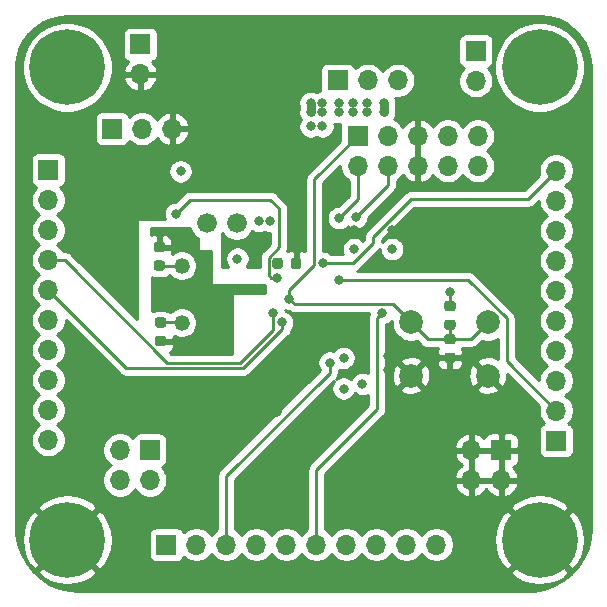
<source format=gbr>
%TF.GenerationSoftware,KiCad,Pcbnew,5.1.10-88a1d61d58~88~ubuntu20.04.1*%
%TF.CreationDate,2021-06-20T20:02:36+02:00*%
%TF.ProjectId,bluePillG,626c7565-5069-46c6-9c47-2e6b69636164,rev?*%
%TF.SameCoordinates,Original*%
%TF.FileFunction,Copper,L4,Bot*%
%TF.FilePolarity,Positive*%
%FSLAX46Y46*%
G04 Gerber Fmt 4.6, Leading zero omitted, Abs format (unit mm)*
G04 Created by KiCad (PCBNEW 5.1.10-88a1d61d58~88~ubuntu20.04.1) date 2021-06-20 20:02:36*
%MOMM*%
%LPD*%
G01*
G04 APERTURE LIST*
%TA.AperFunction,ComponentPad*%
%ADD10C,0.800000*%
%TD*%
%TA.AperFunction,ComponentPad*%
%ADD11C,6.400000*%
%TD*%
%TA.AperFunction,ComponentPad*%
%ADD12C,1.320800*%
%TD*%
%TA.AperFunction,ComponentPad*%
%ADD13C,1.676400*%
%TD*%
%TA.AperFunction,ComponentPad*%
%ADD14C,2.000000*%
%TD*%
%TA.AperFunction,ComponentPad*%
%ADD15O,1.700000X1.700000*%
%TD*%
%TA.AperFunction,ComponentPad*%
%ADD16R,1.700000X1.700000*%
%TD*%
%TA.AperFunction,ViaPad*%
%ADD17C,0.800000*%
%TD*%
%TA.AperFunction,Conductor*%
%ADD18C,0.250000*%
%TD*%
%TA.AperFunction,Conductor*%
%ADD19C,0.762000*%
%TD*%
%TA.AperFunction,Conductor*%
%ADD20C,0.254000*%
%TD*%
%TA.AperFunction,Conductor*%
%ADD21C,0.100000*%
%TD*%
G04 APERTURE END LIST*
D10*
%TO.P,H4,1*%
%TO.N,GND*%
X75697056Y-85302944D03*
X74000000Y-84600000D03*
X72302944Y-85302944D03*
X71600000Y-87000000D03*
X72302944Y-88697056D03*
X74000000Y-89400000D03*
X75697056Y-88697056D03*
X76400000Y-87000000D03*
D11*
X74000000Y-87000000D03*
%TD*%
D10*
%TO.P,H3,1*%
%TO.N,VCC*%
X75697056Y-45302944D03*
X74000000Y-44600000D03*
X72302944Y-45302944D03*
X71600000Y-47000000D03*
X72302944Y-48697056D03*
X74000000Y-49400000D03*
X75697056Y-48697056D03*
X76400000Y-47000000D03*
D11*
X74000000Y-47000000D03*
%TD*%
D12*
%TO.P,Y2,2*%
%TO.N,Net-(C19-Pad1)*%
X43700000Y-68626000D03*
%TO.P,Y2,1*%
%TO.N,OSC_IN*%
X43700000Y-63800000D03*
%TD*%
D13*
%TO.P,Y1,2*%
%TO.N,OSC32_OUT*%
X45800000Y-60200000D03*
%TO.P,Y1,1*%
%TO.N,OSC32_IN*%
X48340000Y-60200000D03*
%TD*%
D14*
%TO.P,SW1,1*%
%TO.N,NRST*%
X69600000Y-68600000D03*
%TO.P,SW1,2*%
%TO.N,GND*%
X69600000Y-73100000D03*
%TO.P,SW1,1*%
%TO.N,NRST*%
X63100000Y-68600000D03*
%TO.P,SW1,2*%
%TO.N,GND*%
X63100000Y-73100000D03*
%TD*%
%TO.P,R2,2*%
%TO.N,NRST*%
%TA.AperFunction,SMDPad,CuDef*%
G36*
G01*
X66143750Y-68350000D02*
X66656250Y-68350000D01*
G75*
G02*
X66875000Y-68568750I0J-218750D01*
G01*
X66875000Y-69006250D01*
G75*
G02*
X66656250Y-69225000I-218750J0D01*
G01*
X66143750Y-69225000D01*
G75*
G02*
X65925000Y-69006250I0J218750D01*
G01*
X65925000Y-68568750D01*
G75*
G02*
X66143750Y-68350000I218750J0D01*
G01*
G37*
%TD.AperFunction*%
%TO.P,R2,1*%
%TO.N,+3V3*%
%TA.AperFunction,SMDPad,CuDef*%
G36*
G01*
X66143750Y-66775000D02*
X66656250Y-66775000D01*
G75*
G02*
X66875000Y-66993750I0J-218750D01*
G01*
X66875000Y-67431250D01*
G75*
G02*
X66656250Y-67650000I-218750J0D01*
G01*
X66143750Y-67650000D01*
G75*
G02*
X65925000Y-67431250I0J218750D01*
G01*
X65925000Y-66993750D01*
G75*
G02*
X66143750Y-66775000I218750J0D01*
G01*
G37*
%TD.AperFunction*%
%TD*%
D15*
%TO.P,J10,4*%
%TO.N,+3V3*%
X38460000Y-81940000D03*
%TO.P,J10,3*%
X41000000Y-81940000D03*
%TO.P,J10,2*%
X38460000Y-79400000D03*
D16*
%TO.P,J10,1*%
X41000000Y-79400000D03*
%TD*%
D15*
%TO.P,J9,4*%
%TO.N,GND*%
X68200000Y-81940000D03*
%TO.P,J9,3*%
X70740000Y-81940000D03*
%TO.P,J9,2*%
X68200000Y-79400000D03*
D16*
%TO.P,J9,1*%
X70740000Y-79400000D03*
%TD*%
D15*
%TO.P,J8,10*%
%TO.N,PB9*%
X75400000Y-55740000D03*
%TO.P,J8,9*%
%TO.N,PB7*%
X75400000Y-58280000D03*
%TO.P,J8,8*%
%TO.N,PB6*%
X75400000Y-60820000D03*
%TO.P,J8,7*%
%TO.N,PB5*%
X75400000Y-63360000D03*
%TO.P,J8,6*%
%TO.N,PB4*%
X75400000Y-65900000D03*
%TO.P,J8,5*%
%TO.N,PB3*%
X75400000Y-68440000D03*
%TO.P,J8,4*%
%TO.N,PA15*%
X75400000Y-70980000D03*
%TO.P,J8,3*%
%TO.N,PA12*%
X75400000Y-73520000D03*
%TO.P,J8,2*%
%TO.N,PA11*%
X75400000Y-76060000D03*
D16*
%TO.P,J8,1*%
%TO.N,PA10*%
X75400000Y-78600000D03*
%TD*%
D15*
%TO.P,J7,10*%
%TO.N,PA9*%
X65260000Y-87400000D03*
%TO.P,J7,9*%
%TO.N,PA8*%
X62720000Y-87400000D03*
%TO.P,J7,8*%
%TO.N,PB15*%
X60180000Y-87400000D03*
%TO.P,J7,7*%
%TO.N,PB14*%
X57640000Y-87400000D03*
%TO.P,J7,6*%
%TO.N,PB13*%
X55100000Y-87400000D03*
%TO.P,J7,5*%
%TO.N,PB12*%
X52560000Y-87400000D03*
%TO.P,J7,4*%
%TO.N,PB11*%
X50020000Y-87400000D03*
%TO.P,J7,3*%
%TO.N,PB10*%
X47480000Y-87400000D03*
%TO.P,J7,2*%
%TO.N,PB2*%
X44940000Y-87400000D03*
D16*
%TO.P,J7,1*%
%TO.N,PB1*%
X42400000Y-87400000D03*
%TD*%
D15*
%TO.P,J6,10*%
%TO.N,PB0*%
X32400000Y-78540000D03*
%TO.P,J6,9*%
%TO.N,PA7*%
X32400000Y-76000000D03*
%TO.P,J6,8*%
%TO.N,PA6*%
X32400000Y-73460000D03*
%TO.P,J6,7*%
%TO.N,PA5*%
X32400000Y-70920000D03*
%TO.P,J6,6*%
%TO.N,PA4*%
X32400000Y-68380000D03*
%TO.P,J6,5*%
%TO.N,PA3*%
X32400000Y-65840000D03*
%TO.P,J6,4*%
%TO.N,PA2*%
X32400000Y-63300000D03*
%TO.P,J6,3*%
%TO.N,PA1*%
X32400000Y-60760000D03*
%TO.P,J6,2*%
%TO.N,PA0*%
X32400000Y-58220000D03*
D16*
%TO.P,J6,1*%
%TO.N,PC13*%
X32400000Y-55680000D03*
%TD*%
D15*
%TO.P,J5,2*%
%TO.N,+5V*%
X68600000Y-48140000D03*
D16*
%TO.P,J5,1*%
%TO.N,VCC*%
X68600000Y-45600000D03*
%TD*%
D15*
%TO.P,J4,2*%
%TO.N,GND*%
X40200000Y-47600000D03*
D16*
%TO.P,J4,1*%
%TO.N,VCC*%
X40200000Y-45060000D03*
%TD*%
D15*
%TO.P,J3,3*%
%TO.N,+3V3S*%
X61980000Y-48100000D03*
%TO.P,J3,2*%
%TO.N,+3V3*%
X59440000Y-48100000D03*
D16*
%TO.P,J3,1*%
%TO.N,+3.3VP*%
X56900000Y-48100000D03*
%TD*%
D15*
%TO.P,J2,3*%
%TO.N,GND*%
X42880000Y-52200000D03*
%TO.P,J2,2*%
%TO.N,Net-(J2-Pad2)*%
X40340000Y-52200000D03*
D16*
%TO.P,J2,1*%
%TO.N,+3V3*%
X37800000Y-52200000D03*
%TD*%
D15*
%TO.P,J1,10*%
%TO.N,+5V*%
X68760000Y-55340000D03*
%TO.P,J1,9*%
X68760000Y-52800000D03*
%TO.P,J1,8*%
%TO.N,+3V3S*%
X66220000Y-55340000D03*
%TO.P,J1,7*%
X66220000Y-52800000D03*
%TO.P,J1,6*%
%TO.N,GND*%
X63680000Y-55340000D03*
%TO.P,J1,5*%
X63680000Y-52800000D03*
%TO.P,J1,4*%
%TO.N,SWDIO*%
X61140000Y-55340000D03*
%TO.P,J1,3*%
%TO.N,SWIW*%
X61140000Y-52800000D03*
%TO.P,J1,2*%
%TO.N,SWCLK*%
X58600000Y-55340000D03*
D16*
%TO.P,J1,1*%
%TO.N,NRST*%
X58600000Y-52800000D03*
%TD*%
D10*
%TO.P,H2,1*%
%TO.N,GND*%
X35697056Y-85302944D03*
X34000000Y-84600000D03*
X32302944Y-85302944D03*
X31600000Y-87000000D03*
X32302944Y-88697056D03*
X34000000Y-89400000D03*
X35697056Y-88697056D03*
X36400000Y-87000000D03*
D11*
X34000000Y-87000000D03*
%TD*%
D10*
%TO.P,H1,1*%
%TO.N,VCC*%
X35697056Y-45302944D03*
X34000000Y-44600000D03*
X32302944Y-45302944D03*
X31600000Y-47000000D03*
X32302944Y-48697056D03*
X34000000Y-49400000D03*
X35697056Y-48697056D03*
X36400000Y-47000000D03*
D11*
X34000000Y-47000000D03*
%TD*%
%TO.P,C19,2*%
%TO.N,GND*%
%TA.AperFunction,SMDPad,CuDef*%
G36*
G01*
X41643750Y-69737500D02*
X42156250Y-69737500D01*
G75*
G02*
X42375000Y-69956250I0J-218750D01*
G01*
X42375000Y-70393750D01*
G75*
G02*
X42156250Y-70612500I-218750J0D01*
G01*
X41643750Y-70612500D01*
G75*
G02*
X41425000Y-70393750I0J218750D01*
G01*
X41425000Y-69956250D01*
G75*
G02*
X41643750Y-69737500I218750J0D01*
G01*
G37*
%TD.AperFunction*%
%TO.P,C19,1*%
%TO.N,Net-(C19-Pad1)*%
%TA.AperFunction,SMDPad,CuDef*%
G36*
G01*
X41643750Y-68162500D02*
X42156250Y-68162500D01*
G75*
G02*
X42375000Y-68381250I0J-218750D01*
G01*
X42375000Y-68818750D01*
G75*
G02*
X42156250Y-69037500I-218750J0D01*
G01*
X41643750Y-69037500D01*
G75*
G02*
X41425000Y-68818750I0J218750D01*
G01*
X41425000Y-68381250D01*
G75*
G02*
X41643750Y-68162500I218750J0D01*
G01*
G37*
%TD.AperFunction*%
%TD*%
%TO.P,C18,2*%
%TO.N,GND*%
%TA.AperFunction,SMDPad,CuDef*%
G36*
G01*
X42056250Y-62650000D02*
X41543750Y-62650000D01*
G75*
G02*
X41325000Y-62431250I0J218750D01*
G01*
X41325000Y-61993750D01*
G75*
G02*
X41543750Y-61775000I218750J0D01*
G01*
X42056250Y-61775000D01*
G75*
G02*
X42275000Y-61993750I0J-218750D01*
G01*
X42275000Y-62431250D01*
G75*
G02*
X42056250Y-62650000I-218750J0D01*
G01*
G37*
%TD.AperFunction*%
%TO.P,C18,1*%
%TO.N,OSC_IN*%
%TA.AperFunction,SMDPad,CuDef*%
G36*
G01*
X42056250Y-64225000D02*
X41543750Y-64225000D01*
G75*
G02*
X41325000Y-64006250I0J218750D01*
G01*
X41325000Y-63568750D01*
G75*
G02*
X41543750Y-63350000I218750J0D01*
G01*
X42056250Y-63350000D01*
G75*
G02*
X42275000Y-63568750I0J-218750D01*
G01*
X42275000Y-64006250D01*
G75*
G02*
X42056250Y-64225000I-218750J0D01*
G01*
G37*
%TD.AperFunction*%
%TD*%
%TO.P,C15,2*%
%TO.N,GND*%
%TA.AperFunction,SMDPad,CuDef*%
G36*
G01*
X66143750Y-71150000D02*
X66656250Y-71150000D01*
G75*
G02*
X66875000Y-71368750I0J-218750D01*
G01*
X66875000Y-71806250D01*
G75*
G02*
X66656250Y-72025000I-218750J0D01*
G01*
X66143750Y-72025000D01*
G75*
G02*
X65925000Y-71806250I0J218750D01*
G01*
X65925000Y-71368750D01*
G75*
G02*
X66143750Y-71150000I218750J0D01*
G01*
G37*
%TD.AperFunction*%
%TO.P,C15,1*%
%TO.N,NRST*%
%TA.AperFunction,SMDPad,CuDef*%
G36*
G01*
X66143750Y-69575000D02*
X66656250Y-69575000D01*
G75*
G02*
X66875000Y-69793750I0J-218750D01*
G01*
X66875000Y-70231250D01*
G75*
G02*
X66656250Y-70450000I-218750J0D01*
G01*
X66143750Y-70450000D01*
G75*
G02*
X65925000Y-70231250I0J218750D01*
G01*
X65925000Y-69793750D01*
G75*
G02*
X66143750Y-69575000I218750J0D01*
G01*
G37*
%TD.AperFunction*%
%TD*%
%TO.P,C5,2*%
%TO.N,GND*%
%TA.AperFunction,SMDPad,CuDef*%
G36*
G01*
X52950000Y-63856250D02*
X52950000Y-63343750D01*
G75*
G02*
X53168750Y-63125000I218750J0D01*
G01*
X53606250Y-63125000D01*
G75*
G02*
X53825000Y-63343750I0J-218750D01*
G01*
X53825000Y-63856250D01*
G75*
G02*
X53606250Y-64075000I-218750J0D01*
G01*
X53168750Y-64075000D01*
G75*
G02*
X52950000Y-63856250I0J218750D01*
G01*
G37*
%TD.AperFunction*%
%TO.P,C5,1*%
%TO.N,+3V3*%
%TA.AperFunction,SMDPad,CuDef*%
G36*
G01*
X51375000Y-63856250D02*
X51375000Y-63343750D01*
G75*
G02*
X51593750Y-63125000I218750J0D01*
G01*
X52031250Y-63125000D01*
G75*
G02*
X52250000Y-63343750I0J-218750D01*
G01*
X52250000Y-63856250D01*
G75*
G02*
X52031250Y-64075000I-218750J0D01*
G01*
X51593750Y-64075000D01*
G75*
G02*
X51375000Y-63856250I0J218750D01*
G01*
G37*
%TD.AperFunction*%
%TD*%
D17*
%TO.N,+3V3*%
X48400000Y-63200000D03*
X50200000Y-60000000D03*
X51200000Y-60000000D03*
X66400000Y-66000000D03*
X59000000Y-73800000D03*
X57400000Y-71600000D03*
X57400000Y-74200000D03*
X59400000Y-50000000D03*
X58200000Y-50000000D03*
X57000000Y-50000000D03*
X55600000Y-50000000D03*
X60800000Y-50000000D03*
X60800000Y-50800000D03*
X59400000Y-50800000D03*
X58200000Y-50800000D03*
X57000000Y-50800000D03*
X55600000Y-50800000D03*
X54600000Y-50800000D03*
X54600000Y-50000000D03*
X54600000Y-52000000D03*
X55600000Y-52000000D03*
X43600000Y-55800000D03*
X51812500Y-63600000D03*
X61500000Y-62400000D03*
X58300000Y-62400000D03*
%TO.N,GND*%
X50200000Y-61400000D03*
X48200000Y-56000000D03*
X45800000Y-56000000D03*
X50200000Y-56600000D03*
X51600000Y-56600000D03*
X52600000Y-57800000D03*
X56200000Y-68800000D03*
X54400000Y-68800000D03*
X61200000Y-71400000D03*
X61200000Y-72600000D03*
X56800000Y-76200000D03*
X54400000Y-77400000D03*
X51800000Y-76200000D03*
X58300000Y-60800000D03*
X61500000Y-60800000D03*
X56200000Y-43400000D03*
X63400000Y-45000000D03*
X50000000Y-50600000D03*
X49200000Y-50600000D03*
X48200000Y-52200000D03*
X51600000Y-52600000D03*
X51600000Y-53600000D03*
X50600000Y-53600000D03*
X49400000Y-53600000D03*
X48200000Y-53600000D03*
X46800000Y-53600000D03*
X45400000Y-53600000D03*
X48000000Y-50800000D03*
X45800000Y-51000000D03*
X52600000Y-52600000D03*
X52600000Y-53600000D03*
X47000000Y-50800000D03*
X48000000Y-49800000D03*
X47000000Y-49800000D03*
X60400000Y-63775000D03*
X41500000Y-66200000D03*
X39550000Y-66200000D03*
%TO.N,NRST*%
X52800000Y-66600000D03*
%TO.N,PC13*%
X51800000Y-64800000D03*
X43200000Y-59400000D03*
%TO.N,PB9*%
X55650000Y-63575000D03*
%TO.N,SWCLK*%
X57000000Y-59775000D03*
%TO.N,SWDIO*%
X58450000Y-59675000D03*
%TO.N,PA11*%
X57000000Y-65000000D03*
%TO.N,PB13*%
X60655185Y-67801488D03*
%TO.N,PB10*%
X56213000Y-72000000D03*
%TO.N,PA3*%
X52200000Y-68600000D03*
%TO.N,PA2*%
X51400000Y-67800000D03*
%TD*%
D18*
%TO.N,+3V3*%
X66400000Y-66000000D02*
X66400000Y-67400000D01*
D19*
X60800000Y-50000000D02*
X60800000Y-50800000D01*
X54600000Y-50800000D02*
X54600000Y-50000000D01*
D18*
%TO.N,NRST*%
X68187500Y-70012500D02*
X67200000Y-70012500D01*
X69600000Y-68600000D02*
X68187500Y-70012500D01*
X67187500Y-70025000D02*
X67200000Y-70012500D01*
X65600000Y-70025000D02*
X67187500Y-70025000D01*
X64525000Y-70025000D02*
X63100000Y-68600000D01*
X65600000Y-70025000D02*
X64525000Y-70025000D01*
X66400000Y-70012500D02*
X66400000Y-68787500D01*
X53276487Y-67076487D02*
X52800000Y-66600000D01*
X61576487Y-67076487D02*
X53276487Y-67076487D01*
X63100000Y-68600000D02*
X61576487Y-67076487D01*
X52800000Y-66600000D02*
X52800000Y-65875000D01*
X54924999Y-56475001D02*
X58600000Y-52800000D01*
X54924999Y-63750001D02*
X54924999Y-56475001D01*
X52800000Y-65875000D02*
X54924999Y-63750001D01*
%TO.N,OSC_IN*%
X43687500Y-63787500D02*
X43700000Y-63800000D01*
X41800000Y-63787500D02*
X43687500Y-63787500D01*
%TO.N,Net-(C19-Pad1)*%
X43674000Y-68600000D02*
X43700000Y-68626000D01*
X41900000Y-68600000D02*
X43674000Y-68600000D01*
%TO.N,PC13*%
X43200000Y-59400000D02*
X44400000Y-58200000D01*
X44400000Y-58200000D02*
X51200000Y-58200000D01*
X51234315Y-64800000D02*
X51800000Y-64800000D01*
X51049990Y-64615675D02*
X51234315Y-64800000D01*
X51049990Y-63118516D02*
X51049990Y-64615675D01*
X51925001Y-62243505D02*
X51049990Y-63118516D01*
X51925001Y-58925001D02*
X51925001Y-62243505D01*
X51200000Y-58200000D02*
X51925001Y-58925001D01*
%TO.N,PB9*%
X58198002Y-63575000D02*
X59900000Y-61873002D01*
X55650000Y-63575000D02*
X58198002Y-63575000D01*
X59900000Y-61326998D02*
X63076998Y-58150000D01*
X59900000Y-61873002D02*
X59900000Y-61326998D01*
X72990000Y-58150000D02*
X75400000Y-55740000D01*
X63076998Y-58150000D02*
X72990000Y-58150000D01*
%TO.N,SWCLK*%
X58600000Y-58175000D02*
X58600000Y-55340000D01*
X57000000Y-59775000D02*
X58600000Y-58175000D01*
%TO.N,SWDIO*%
X61140000Y-56985000D02*
X61140000Y-55340000D01*
X58450000Y-59675000D02*
X61140000Y-56985000D01*
%TO.N,PA11*%
X67961002Y-65000000D02*
X71200000Y-68238998D01*
X57000000Y-65000000D02*
X67961002Y-65000000D01*
X71200000Y-71860000D02*
X75400000Y-76060000D01*
X71200000Y-68238998D02*
X71200000Y-71860000D01*
%TO.N,PB13*%
X60255186Y-68201487D02*
X60255186Y-75944814D01*
X60655185Y-67801488D02*
X60255186Y-68201487D01*
X55100000Y-81100000D02*
X55100000Y-87400000D01*
X60255186Y-75944814D02*
X55100000Y-81100000D01*
%TO.N,PB10*%
X47480000Y-81593002D02*
X47480000Y-87400000D01*
X56213000Y-72860002D02*
X47480000Y-81593002D01*
X56213000Y-72000000D02*
X56213000Y-72860002D01*
%TO.N,PA3*%
X39010009Y-72450009D02*
X32400000Y-65840000D01*
X48915676Y-72450009D02*
X39010009Y-72450009D01*
X52200000Y-69165685D02*
X48915676Y-72450009D01*
X52200000Y-68600000D02*
X52200000Y-69165685D01*
%TO.N,PA2*%
X48600000Y-72000000D02*
X42481006Y-72000000D01*
X33781006Y-63300000D02*
X32400000Y-63300000D01*
X51400000Y-69200000D02*
X48600000Y-72000000D01*
X42481006Y-72000000D02*
X33781006Y-63300000D01*
X51400000Y-67800000D02*
X51400000Y-69200000D01*
%TD*%
D20*
%TO.N,GND*%
X44383414Y-60629717D02*
X44494467Y-60897822D01*
X44655691Y-61139110D01*
X44860890Y-61344309D01*
X45073000Y-61486037D01*
X45073000Y-62400000D01*
X45075440Y-62424776D01*
X45082667Y-62448601D01*
X45094403Y-62470557D01*
X45110197Y-62489803D01*
X45129443Y-62505597D01*
X45151399Y-62517333D01*
X45175224Y-62524560D01*
X45200000Y-62527000D01*
X46173000Y-62527000D01*
X46173000Y-65300000D01*
X46175440Y-65324776D01*
X46182667Y-65348601D01*
X46194403Y-65370557D01*
X46210197Y-65389803D01*
X46229443Y-65405597D01*
X46251399Y-65417333D01*
X46275224Y-65424560D01*
X46300000Y-65427000D01*
X50773000Y-65427000D01*
X50773000Y-66073000D01*
X48100000Y-66073000D01*
X48075224Y-66075440D01*
X48051399Y-66082667D01*
X48029443Y-66094403D01*
X48010197Y-66110197D01*
X47994403Y-66129443D01*
X47982667Y-66151399D01*
X47975440Y-66175224D01*
X47973001Y-66199412D01*
X47949665Y-71240000D01*
X42795808Y-71240000D01*
X42709521Y-71153713D01*
X42729494Y-71143037D01*
X42826185Y-71063685D01*
X42905537Y-70966994D01*
X42964502Y-70856680D01*
X43000812Y-70736982D01*
X43013072Y-70612500D01*
X43010000Y-70460750D01*
X42851250Y-70302000D01*
X42027000Y-70302000D01*
X42027000Y-70322000D01*
X41877808Y-70322000D01*
X41753000Y-70197192D01*
X41753000Y-70048000D01*
X41773000Y-70048000D01*
X41773000Y-70028000D01*
X42027000Y-70028000D01*
X42027000Y-70048000D01*
X42851250Y-70048000D01*
X43010000Y-69889250D01*
X43013072Y-69737500D01*
X43011751Y-69724092D01*
X43086398Y-69773969D01*
X43322146Y-69871619D01*
X43572414Y-69921400D01*
X43827586Y-69921400D01*
X44077854Y-69871619D01*
X44313602Y-69773969D01*
X44525769Y-69632203D01*
X44706203Y-69451769D01*
X44847969Y-69239602D01*
X44945619Y-69003854D01*
X44995400Y-68753586D01*
X44995400Y-68498414D01*
X44945619Y-68248146D01*
X44847969Y-68012398D01*
X44706203Y-67800231D01*
X44525769Y-67619797D01*
X44313602Y-67478031D01*
X44077854Y-67380381D01*
X43827586Y-67330600D01*
X43572414Y-67330600D01*
X43322146Y-67380381D01*
X43086398Y-67478031D01*
X42874231Y-67619797D01*
X42738238Y-67755790D01*
X42632275Y-67668829D01*
X42484142Y-67589650D01*
X42323408Y-67540892D01*
X42156250Y-67524428D01*
X41643750Y-67524428D01*
X41476592Y-67540892D01*
X41315858Y-67589650D01*
X41207499Y-67647569D01*
X41175162Y-64776098D01*
X41215858Y-64797850D01*
X41376592Y-64846608D01*
X41543750Y-64863072D01*
X42056250Y-64863072D01*
X42223408Y-64846608D01*
X42384142Y-64797850D01*
X42532275Y-64718671D01*
X42662115Y-64612115D01*
X42674550Y-64596963D01*
X42693797Y-64625769D01*
X42874231Y-64806203D01*
X43086398Y-64947969D01*
X43322146Y-65045619D01*
X43572414Y-65095400D01*
X43827586Y-65095400D01*
X44077854Y-65045619D01*
X44313602Y-64947969D01*
X44525769Y-64806203D01*
X44706203Y-64625769D01*
X44847969Y-64413602D01*
X44945619Y-64177854D01*
X44995400Y-63927586D01*
X44995400Y-63672414D01*
X44945619Y-63422146D01*
X44847969Y-63186398D01*
X44706203Y-62974231D01*
X44525769Y-62793797D01*
X44313602Y-62652031D01*
X44077854Y-62554381D01*
X43827586Y-62504600D01*
X43572414Y-62504600D01*
X43322146Y-62554381D01*
X43086398Y-62652031D01*
X42900221Y-62776431D01*
X42900812Y-62774482D01*
X42913072Y-62650000D01*
X42910000Y-62498250D01*
X42751250Y-62339500D01*
X41927000Y-62339500D01*
X41927000Y-62359500D01*
X41673000Y-62359500D01*
X41673000Y-62339500D01*
X41653000Y-62339500D01*
X41653000Y-62085500D01*
X41673000Y-62085500D01*
X41673000Y-61298750D01*
X41927000Y-61298750D01*
X41927000Y-62085500D01*
X42751250Y-62085500D01*
X42910000Y-61926750D01*
X42913072Y-61775000D01*
X42900812Y-61650518D01*
X42864502Y-61530820D01*
X42805537Y-61420506D01*
X42726185Y-61323815D01*
X42629494Y-61244463D01*
X42519180Y-61185498D01*
X42399482Y-61149188D01*
X42275000Y-61136928D01*
X42085750Y-61140000D01*
X41927000Y-61298750D01*
X41673000Y-61298750D01*
X41514250Y-61140000D01*
X41325000Y-61136928D01*
X41200518Y-61149188D01*
X41134544Y-61169201D01*
X41128438Y-60627000D01*
X44382874Y-60627000D01*
X44383414Y-60629717D01*
%TA.AperFunction,Conductor*%
D21*
G36*
X44383414Y-60629717D02*
G01*
X44494467Y-60897822D01*
X44655691Y-61139110D01*
X44860890Y-61344309D01*
X45073000Y-61486037D01*
X45073000Y-62400000D01*
X45075440Y-62424776D01*
X45082667Y-62448601D01*
X45094403Y-62470557D01*
X45110197Y-62489803D01*
X45129443Y-62505597D01*
X45151399Y-62517333D01*
X45175224Y-62524560D01*
X45200000Y-62527000D01*
X46173000Y-62527000D01*
X46173000Y-65300000D01*
X46175440Y-65324776D01*
X46182667Y-65348601D01*
X46194403Y-65370557D01*
X46210197Y-65389803D01*
X46229443Y-65405597D01*
X46251399Y-65417333D01*
X46275224Y-65424560D01*
X46300000Y-65427000D01*
X50773000Y-65427000D01*
X50773000Y-66073000D01*
X48100000Y-66073000D01*
X48075224Y-66075440D01*
X48051399Y-66082667D01*
X48029443Y-66094403D01*
X48010197Y-66110197D01*
X47994403Y-66129443D01*
X47982667Y-66151399D01*
X47975440Y-66175224D01*
X47973001Y-66199412D01*
X47949665Y-71240000D01*
X42795808Y-71240000D01*
X42709521Y-71153713D01*
X42729494Y-71143037D01*
X42826185Y-71063685D01*
X42905537Y-70966994D01*
X42964502Y-70856680D01*
X43000812Y-70736982D01*
X43013072Y-70612500D01*
X43010000Y-70460750D01*
X42851250Y-70302000D01*
X42027000Y-70302000D01*
X42027000Y-70322000D01*
X41877808Y-70322000D01*
X41753000Y-70197192D01*
X41753000Y-70048000D01*
X41773000Y-70048000D01*
X41773000Y-70028000D01*
X42027000Y-70028000D01*
X42027000Y-70048000D01*
X42851250Y-70048000D01*
X43010000Y-69889250D01*
X43013072Y-69737500D01*
X43011751Y-69724092D01*
X43086398Y-69773969D01*
X43322146Y-69871619D01*
X43572414Y-69921400D01*
X43827586Y-69921400D01*
X44077854Y-69871619D01*
X44313602Y-69773969D01*
X44525769Y-69632203D01*
X44706203Y-69451769D01*
X44847969Y-69239602D01*
X44945619Y-69003854D01*
X44995400Y-68753586D01*
X44995400Y-68498414D01*
X44945619Y-68248146D01*
X44847969Y-68012398D01*
X44706203Y-67800231D01*
X44525769Y-67619797D01*
X44313602Y-67478031D01*
X44077854Y-67380381D01*
X43827586Y-67330600D01*
X43572414Y-67330600D01*
X43322146Y-67380381D01*
X43086398Y-67478031D01*
X42874231Y-67619797D01*
X42738238Y-67755790D01*
X42632275Y-67668829D01*
X42484142Y-67589650D01*
X42323408Y-67540892D01*
X42156250Y-67524428D01*
X41643750Y-67524428D01*
X41476592Y-67540892D01*
X41315858Y-67589650D01*
X41207499Y-67647569D01*
X41175162Y-64776098D01*
X41215858Y-64797850D01*
X41376592Y-64846608D01*
X41543750Y-64863072D01*
X42056250Y-64863072D01*
X42223408Y-64846608D01*
X42384142Y-64797850D01*
X42532275Y-64718671D01*
X42662115Y-64612115D01*
X42674550Y-64596963D01*
X42693797Y-64625769D01*
X42874231Y-64806203D01*
X43086398Y-64947969D01*
X43322146Y-65045619D01*
X43572414Y-65095400D01*
X43827586Y-65095400D01*
X44077854Y-65045619D01*
X44313602Y-64947969D01*
X44525769Y-64806203D01*
X44706203Y-64625769D01*
X44847969Y-64413602D01*
X44945619Y-64177854D01*
X44995400Y-63927586D01*
X44995400Y-63672414D01*
X44945619Y-63422146D01*
X44847969Y-63186398D01*
X44706203Y-62974231D01*
X44525769Y-62793797D01*
X44313602Y-62652031D01*
X44077854Y-62554381D01*
X43827586Y-62504600D01*
X43572414Y-62504600D01*
X43322146Y-62554381D01*
X43086398Y-62652031D01*
X42900221Y-62776431D01*
X42900812Y-62774482D01*
X42913072Y-62650000D01*
X42910000Y-62498250D01*
X42751250Y-62339500D01*
X41927000Y-62339500D01*
X41927000Y-62359500D01*
X41673000Y-62359500D01*
X41673000Y-62339500D01*
X41653000Y-62339500D01*
X41653000Y-62085500D01*
X41673000Y-62085500D01*
X41673000Y-61298750D01*
X41927000Y-61298750D01*
X41927000Y-62085500D01*
X42751250Y-62085500D01*
X42910000Y-61926750D01*
X42913072Y-61775000D01*
X42900812Y-61650518D01*
X42864502Y-61530820D01*
X42805537Y-61420506D01*
X42726185Y-61323815D01*
X42629494Y-61244463D01*
X42519180Y-61185498D01*
X42399482Y-61149188D01*
X42275000Y-61136928D01*
X42085750Y-61140000D01*
X41927000Y-61298750D01*
X41673000Y-61298750D01*
X41514250Y-61140000D01*
X41325000Y-61136928D01*
X41200518Y-61149188D01*
X41134544Y-61169201D01*
X41128438Y-60627000D01*
X44382874Y-60627000D01*
X44383414Y-60629717D01*
G37*
%TD.AperFunction*%
%TD*%
D20*
%TO.N,GND*%
X74768083Y-42731173D02*
X75511891Y-42934656D01*
X76207905Y-43266638D01*
X76834130Y-43716626D01*
X77370777Y-44270403D01*
X77800871Y-44910451D01*
X78110829Y-45616553D01*
X78292065Y-46371457D01*
X78340000Y-47024207D01*
X78340001Y-85972899D01*
X78266098Y-86871802D01*
X78052999Y-87720180D01*
X77704197Y-88522371D01*
X77229062Y-89256818D01*
X76640354Y-89903799D01*
X75953875Y-90445946D01*
X75188076Y-90868691D01*
X74363514Y-91160683D01*
X73490925Y-91316116D01*
X72984453Y-91340000D01*
X35027089Y-91340000D01*
X34128198Y-91266098D01*
X33279820Y-91052999D01*
X32477629Y-90704197D01*
X31743182Y-90229062D01*
X31162720Y-89700881D01*
X31478724Y-89700881D01*
X31838912Y-90190548D01*
X32502882Y-90550849D01*
X33224385Y-90774694D01*
X33975695Y-90853480D01*
X34727938Y-90784178D01*
X35452208Y-90569452D01*
X36120670Y-90217555D01*
X36161088Y-90190548D01*
X36521276Y-89700881D01*
X71478724Y-89700881D01*
X71838912Y-90190548D01*
X72502882Y-90550849D01*
X73224385Y-90774694D01*
X73975695Y-90853480D01*
X74727938Y-90784178D01*
X75452208Y-90569452D01*
X76120670Y-90217555D01*
X76161088Y-90190548D01*
X76521276Y-89700881D01*
X74000000Y-87179605D01*
X71478724Y-89700881D01*
X36521276Y-89700881D01*
X34000000Y-87179605D01*
X31478724Y-89700881D01*
X31162720Y-89700881D01*
X31096201Y-89640354D01*
X30554054Y-88953875D01*
X30131309Y-88188076D01*
X29839317Y-87363514D01*
X29770236Y-86975695D01*
X30146520Y-86975695D01*
X30215822Y-87727938D01*
X30430548Y-88452208D01*
X30782445Y-89120670D01*
X30809452Y-89161088D01*
X31299119Y-89521276D01*
X33820395Y-87000000D01*
X34179605Y-87000000D01*
X36700881Y-89521276D01*
X37190548Y-89161088D01*
X37550849Y-88497118D01*
X37774694Y-87775615D01*
X37853480Y-87024305D01*
X37784178Y-86272062D01*
X37569452Y-85547792D01*
X37217555Y-84879330D01*
X37190548Y-84838912D01*
X36700881Y-84478724D01*
X34179605Y-87000000D01*
X33820395Y-87000000D01*
X31299119Y-84478724D01*
X30809452Y-84838912D01*
X30449151Y-85502882D01*
X30225306Y-86224385D01*
X30146520Y-86975695D01*
X29770236Y-86975695D01*
X29683884Y-86490925D01*
X29660000Y-85984453D01*
X29660000Y-84299119D01*
X31478724Y-84299119D01*
X34000000Y-86820395D01*
X36521276Y-84299119D01*
X36161088Y-83809452D01*
X35497118Y-83449151D01*
X34775615Y-83225306D01*
X34024305Y-83146520D01*
X33272062Y-83215822D01*
X32547792Y-83430548D01*
X31879330Y-83782445D01*
X31838912Y-83809452D01*
X31478724Y-84299119D01*
X29660000Y-84299119D01*
X29660000Y-54830000D01*
X30911928Y-54830000D01*
X30911928Y-56530000D01*
X30924188Y-56654482D01*
X30960498Y-56774180D01*
X31019463Y-56884494D01*
X31098815Y-56981185D01*
X31195506Y-57060537D01*
X31305820Y-57119502D01*
X31378380Y-57141513D01*
X31246525Y-57273368D01*
X31084010Y-57516589D01*
X30972068Y-57786842D01*
X30915000Y-58073740D01*
X30915000Y-58366260D01*
X30972068Y-58653158D01*
X31084010Y-58923411D01*
X31246525Y-59166632D01*
X31453368Y-59373475D01*
X31627760Y-59490000D01*
X31453368Y-59606525D01*
X31246525Y-59813368D01*
X31084010Y-60056589D01*
X30972068Y-60326842D01*
X30915000Y-60613740D01*
X30915000Y-60906260D01*
X30972068Y-61193158D01*
X31084010Y-61463411D01*
X31246525Y-61706632D01*
X31453368Y-61913475D01*
X31627760Y-62030000D01*
X31453368Y-62146525D01*
X31246525Y-62353368D01*
X31084010Y-62596589D01*
X30972068Y-62866842D01*
X30915000Y-63153740D01*
X30915000Y-63446260D01*
X30972068Y-63733158D01*
X31084010Y-64003411D01*
X31246525Y-64246632D01*
X31453368Y-64453475D01*
X31627760Y-64570000D01*
X31453368Y-64686525D01*
X31246525Y-64893368D01*
X31084010Y-65136589D01*
X30972068Y-65406842D01*
X30915000Y-65693740D01*
X30915000Y-65986260D01*
X30972068Y-66273158D01*
X31084010Y-66543411D01*
X31246525Y-66786632D01*
X31453368Y-66993475D01*
X31627760Y-67110000D01*
X31453368Y-67226525D01*
X31246525Y-67433368D01*
X31084010Y-67676589D01*
X30972068Y-67946842D01*
X30915000Y-68233740D01*
X30915000Y-68526260D01*
X30972068Y-68813158D01*
X31084010Y-69083411D01*
X31246525Y-69326632D01*
X31453368Y-69533475D01*
X31627760Y-69650000D01*
X31453368Y-69766525D01*
X31246525Y-69973368D01*
X31084010Y-70216589D01*
X30972068Y-70486842D01*
X30915000Y-70773740D01*
X30915000Y-71066260D01*
X30972068Y-71353158D01*
X31084010Y-71623411D01*
X31246525Y-71866632D01*
X31453368Y-72073475D01*
X31627760Y-72190000D01*
X31453368Y-72306525D01*
X31246525Y-72513368D01*
X31084010Y-72756589D01*
X30972068Y-73026842D01*
X30915000Y-73313740D01*
X30915000Y-73606260D01*
X30972068Y-73893158D01*
X31084010Y-74163411D01*
X31246525Y-74406632D01*
X31453368Y-74613475D01*
X31627760Y-74730000D01*
X31453368Y-74846525D01*
X31246525Y-75053368D01*
X31084010Y-75296589D01*
X30972068Y-75566842D01*
X30915000Y-75853740D01*
X30915000Y-76146260D01*
X30972068Y-76433158D01*
X31084010Y-76703411D01*
X31246525Y-76946632D01*
X31453368Y-77153475D01*
X31627760Y-77270000D01*
X31453368Y-77386525D01*
X31246525Y-77593368D01*
X31084010Y-77836589D01*
X30972068Y-78106842D01*
X30915000Y-78393740D01*
X30915000Y-78686260D01*
X30972068Y-78973158D01*
X31084010Y-79243411D01*
X31246525Y-79486632D01*
X31453368Y-79693475D01*
X31696589Y-79855990D01*
X31966842Y-79967932D01*
X32253740Y-80025000D01*
X32546260Y-80025000D01*
X32833158Y-79967932D01*
X33103411Y-79855990D01*
X33346632Y-79693475D01*
X33553475Y-79486632D01*
X33709088Y-79253740D01*
X36975000Y-79253740D01*
X36975000Y-79546260D01*
X37032068Y-79833158D01*
X37144010Y-80103411D01*
X37306525Y-80346632D01*
X37513368Y-80553475D01*
X37687760Y-80670000D01*
X37513368Y-80786525D01*
X37306525Y-80993368D01*
X37144010Y-81236589D01*
X37032068Y-81506842D01*
X36975000Y-81793740D01*
X36975000Y-82086260D01*
X37032068Y-82373158D01*
X37144010Y-82643411D01*
X37306525Y-82886632D01*
X37513368Y-83093475D01*
X37756589Y-83255990D01*
X38026842Y-83367932D01*
X38313740Y-83425000D01*
X38606260Y-83425000D01*
X38893158Y-83367932D01*
X39163411Y-83255990D01*
X39406632Y-83093475D01*
X39613475Y-82886632D01*
X39730000Y-82712240D01*
X39846525Y-82886632D01*
X40053368Y-83093475D01*
X40296589Y-83255990D01*
X40566842Y-83367932D01*
X40853740Y-83425000D01*
X41146260Y-83425000D01*
X41433158Y-83367932D01*
X41703411Y-83255990D01*
X41946632Y-83093475D01*
X42153475Y-82886632D01*
X42315990Y-82643411D01*
X42427932Y-82373158D01*
X42485000Y-82086260D01*
X42485000Y-81793740D01*
X42427932Y-81506842D01*
X42315990Y-81236589D01*
X42153475Y-80993368D01*
X42021620Y-80861513D01*
X42094180Y-80839502D01*
X42204494Y-80780537D01*
X42301185Y-80701185D01*
X42380537Y-80604494D01*
X42439502Y-80494180D01*
X42475812Y-80374482D01*
X42488072Y-80250000D01*
X42488072Y-78550000D01*
X42475812Y-78425518D01*
X42439502Y-78305820D01*
X42380537Y-78195506D01*
X42301185Y-78098815D01*
X42204494Y-78019463D01*
X42094180Y-77960498D01*
X41974482Y-77924188D01*
X41850000Y-77911928D01*
X40150000Y-77911928D01*
X40025518Y-77924188D01*
X39905820Y-77960498D01*
X39795506Y-78019463D01*
X39698815Y-78098815D01*
X39619463Y-78195506D01*
X39560498Y-78305820D01*
X39538487Y-78378380D01*
X39406632Y-78246525D01*
X39163411Y-78084010D01*
X38893158Y-77972068D01*
X38606260Y-77915000D01*
X38313740Y-77915000D01*
X38026842Y-77972068D01*
X37756589Y-78084010D01*
X37513368Y-78246525D01*
X37306525Y-78453368D01*
X37144010Y-78696589D01*
X37032068Y-78966842D01*
X36975000Y-79253740D01*
X33709088Y-79253740D01*
X33715990Y-79243411D01*
X33827932Y-78973158D01*
X33885000Y-78686260D01*
X33885000Y-78393740D01*
X33827932Y-78106842D01*
X33715990Y-77836589D01*
X33553475Y-77593368D01*
X33346632Y-77386525D01*
X33172240Y-77270000D01*
X33346632Y-77153475D01*
X33553475Y-76946632D01*
X33715990Y-76703411D01*
X33827932Y-76433158D01*
X33885000Y-76146260D01*
X33885000Y-75853740D01*
X33827932Y-75566842D01*
X33715990Y-75296589D01*
X33553475Y-75053368D01*
X33346632Y-74846525D01*
X33172240Y-74730000D01*
X33346632Y-74613475D01*
X33553475Y-74406632D01*
X33715990Y-74163411D01*
X33827932Y-73893158D01*
X33885000Y-73606260D01*
X33885000Y-73313740D01*
X33827932Y-73026842D01*
X33715990Y-72756589D01*
X33553475Y-72513368D01*
X33346632Y-72306525D01*
X33172240Y-72190000D01*
X33346632Y-72073475D01*
X33553475Y-71866632D01*
X33715990Y-71623411D01*
X33827932Y-71353158D01*
X33885000Y-71066260D01*
X33885000Y-70773740D01*
X33827932Y-70486842D01*
X33715990Y-70216589D01*
X33553475Y-69973368D01*
X33346632Y-69766525D01*
X33172240Y-69650000D01*
X33346632Y-69533475D01*
X33553475Y-69326632D01*
X33715990Y-69083411D01*
X33827932Y-68813158D01*
X33885000Y-68526260D01*
X33885000Y-68399802D01*
X38446214Y-72961017D01*
X38470008Y-72990010D01*
X38499001Y-73013804D01*
X38499005Y-73013808D01*
X38569694Y-73071820D01*
X38585733Y-73084983D01*
X38717762Y-73155555D01*
X38861023Y-73199012D01*
X38972676Y-73210009D01*
X38972685Y-73210009D01*
X39010008Y-73213685D01*
X39047331Y-73210009D01*
X48878354Y-73210009D01*
X48915676Y-73213685D01*
X48952998Y-73210009D01*
X48953009Y-73210009D01*
X49064662Y-73199012D01*
X49207923Y-73155555D01*
X49339952Y-73084983D01*
X49455677Y-72990010D01*
X49479480Y-72961006D01*
X52711003Y-69729484D01*
X52740001Y-69705686D01*
X52834974Y-69589961D01*
X52905546Y-69457932D01*
X52948987Y-69314724D01*
X53003937Y-69259774D01*
X53117205Y-69090256D01*
X53195226Y-68901898D01*
X53235000Y-68701939D01*
X53235000Y-68498061D01*
X53195226Y-68298102D01*
X53117205Y-68109744D01*
X53003937Y-67940226D01*
X52859774Y-67796063D01*
X52690256Y-67682795D01*
X52501898Y-67604774D01*
X52412924Y-67587076D01*
X52407042Y-67557508D01*
X52498102Y-67595226D01*
X52698061Y-67635000D01*
X52759043Y-67635000D01*
X52852211Y-67711461D01*
X52984240Y-67782033D01*
X53127501Y-67825490D01*
X53239154Y-67836487D01*
X53239163Y-67836487D01*
X53276486Y-67840163D01*
X53313809Y-67836487D01*
X59588528Y-67836487D01*
X59580772Y-67850998D01*
X59549640Y-67909241D01*
X59506183Y-68052502D01*
X59495186Y-68164155D01*
X59495186Y-68164165D01*
X59491510Y-68201487D01*
X59495186Y-68238809D01*
X59495187Y-72886090D01*
X59490256Y-72882795D01*
X59301898Y-72804774D01*
X59101939Y-72765000D01*
X58898061Y-72765000D01*
X58698102Y-72804774D01*
X58509744Y-72882795D01*
X58340226Y-72996063D01*
X58196063Y-73140226D01*
X58082795Y-73309744D01*
X58049801Y-73389399D01*
X57890256Y-73282795D01*
X57701898Y-73204774D01*
X57501939Y-73165000D01*
X57298061Y-73165000D01*
X57098102Y-73204774D01*
X56909744Y-73282795D01*
X56775671Y-73372379D01*
X56786740Y-73358892D01*
X56847974Y-73284279D01*
X56918546Y-73152249D01*
X56934395Y-73100000D01*
X56962003Y-73008988D01*
X56973000Y-72897335D01*
X56973000Y-72897326D01*
X56976676Y-72860003D01*
X56973000Y-72822680D01*
X56973000Y-72703711D01*
X57016937Y-72659774D01*
X57068312Y-72582886D01*
X57098102Y-72595226D01*
X57298061Y-72635000D01*
X57501939Y-72635000D01*
X57701898Y-72595226D01*
X57890256Y-72517205D01*
X58059774Y-72403937D01*
X58203937Y-72259774D01*
X58317205Y-72090256D01*
X58395226Y-71901898D01*
X58435000Y-71701939D01*
X58435000Y-71498061D01*
X58395226Y-71298102D01*
X58317205Y-71109744D01*
X58203937Y-70940226D01*
X58059774Y-70796063D01*
X57890256Y-70682795D01*
X57701898Y-70604774D01*
X57501939Y-70565000D01*
X57298061Y-70565000D01*
X57098102Y-70604774D01*
X56909744Y-70682795D01*
X56740226Y-70796063D01*
X56596063Y-70940226D01*
X56544688Y-71017114D01*
X56514898Y-71004774D01*
X56314939Y-70965000D01*
X56111061Y-70965000D01*
X55911102Y-71004774D01*
X55722744Y-71082795D01*
X55553226Y-71196063D01*
X55409063Y-71340226D01*
X55295795Y-71509744D01*
X55217774Y-71698102D01*
X55178000Y-71898061D01*
X55178000Y-72101939D01*
X55217774Y-72301898D01*
X55295795Y-72490256D01*
X55380770Y-72617430D01*
X46969003Y-81029198D01*
X46939999Y-81053001D01*
X46884871Y-81120176D01*
X46845026Y-81168726D01*
X46774455Y-81300755D01*
X46774454Y-81300756D01*
X46730997Y-81444017D01*
X46720000Y-81555670D01*
X46720000Y-81555680D01*
X46716324Y-81593002D01*
X46720000Y-81630325D01*
X46720001Y-86121821D01*
X46533368Y-86246525D01*
X46326525Y-86453368D01*
X46210000Y-86627760D01*
X46093475Y-86453368D01*
X45886632Y-86246525D01*
X45643411Y-86084010D01*
X45373158Y-85972068D01*
X45086260Y-85915000D01*
X44793740Y-85915000D01*
X44506842Y-85972068D01*
X44236589Y-86084010D01*
X43993368Y-86246525D01*
X43861513Y-86378380D01*
X43839502Y-86305820D01*
X43780537Y-86195506D01*
X43701185Y-86098815D01*
X43604494Y-86019463D01*
X43494180Y-85960498D01*
X43374482Y-85924188D01*
X43250000Y-85911928D01*
X41550000Y-85911928D01*
X41425518Y-85924188D01*
X41305820Y-85960498D01*
X41195506Y-86019463D01*
X41098815Y-86098815D01*
X41019463Y-86195506D01*
X40960498Y-86305820D01*
X40924188Y-86425518D01*
X40911928Y-86550000D01*
X40911928Y-88250000D01*
X40924188Y-88374482D01*
X40960498Y-88494180D01*
X41019463Y-88604494D01*
X41098815Y-88701185D01*
X41195506Y-88780537D01*
X41305820Y-88839502D01*
X41425518Y-88875812D01*
X41550000Y-88888072D01*
X43250000Y-88888072D01*
X43374482Y-88875812D01*
X43494180Y-88839502D01*
X43604494Y-88780537D01*
X43701185Y-88701185D01*
X43780537Y-88604494D01*
X43839502Y-88494180D01*
X43861513Y-88421620D01*
X43993368Y-88553475D01*
X44236589Y-88715990D01*
X44506842Y-88827932D01*
X44793740Y-88885000D01*
X45086260Y-88885000D01*
X45373158Y-88827932D01*
X45643411Y-88715990D01*
X45886632Y-88553475D01*
X46093475Y-88346632D01*
X46210000Y-88172240D01*
X46326525Y-88346632D01*
X46533368Y-88553475D01*
X46776589Y-88715990D01*
X47046842Y-88827932D01*
X47333740Y-88885000D01*
X47626260Y-88885000D01*
X47913158Y-88827932D01*
X48183411Y-88715990D01*
X48426632Y-88553475D01*
X48633475Y-88346632D01*
X48750000Y-88172240D01*
X48866525Y-88346632D01*
X49073368Y-88553475D01*
X49316589Y-88715990D01*
X49586842Y-88827932D01*
X49873740Y-88885000D01*
X50166260Y-88885000D01*
X50453158Y-88827932D01*
X50723411Y-88715990D01*
X50966632Y-88553475D01*
X51173475Y-88346632D01*
X51290000Y-88172240D01*
X51406525Y-88346632D01*
X51613368Y-88553475D01*
X51856589Y-88715990D01*
X52126842Y-88827932D01*
X52413740Y-88885000D01*
X52706260Y-88885000D01*
X52993158Y-88827932D01*
X53263411Y-88715990D01*
X53506632Y-88553475D01*
X53713475Y-88346632D01*
X53830000Y-88172240D01*
X53946525Y-88346632D01*
X54153368Y-88553475D01*
X54396589Y-88715990D01*
X54666842Y-88827932D01*
X54953740Y-88885000D01*
X55246260Y-88885000D01*
X55533158Y-88827932D01*
X55803411Y-88715990D01*
X56046632Y-88553475D01*
X56253475Y-88346632D01*
X56370000Y-88172240D01*
X56486525Y-88346632D01*
X56693368Y-88553475D01*
X56936589Y-88715990D01*
X57206842Y-88827932D01*
X57493740Y-88885000D01*
X57786260Y-88885000D01*
X58073158Y-88827932D01*
X58343411Y-88715990D01*
X58586632Y-88553475D01*
X58793475Y-88346632D01*
X58910000Y-88172240D01*
X59026525Y-88346632D01*
X59233368Y-88553475D01*
X59476589Y-88715990D01*
X59746842Y-88827932D01*
X60033740Y-88885000D01*
X60326260Y-88885000D01*
X60613158Y-88827932D01*
X60883411Y-88715990D01*
X61126632Y-88553475D01*
X61333475Y-88346632D01*
X61450000Y-88172240D01*
X61566525Y-88346632D01*
X61773368Y-88553475D01*
X62016589Y-88715990D01*
X62286842Y-88827932D01*
X62573740Y-88885000D01*
X62866260Y-88885000D01*
X63153158Y-88827932D01*
X63423411Y-88715990D01*
X63666632Y-88553475D01*
X63873475Y-88346632D01*
X63990000Y-88172240D01*
X64106525Y-88346632D01*
X64313368Y-88553475D01*
X64556589Y-88715990D01*
X64826842Y-88827932D01*
X65113740Y-88885000D01*
X65406260Y-88885000D01*
X65693158Y-88827932D01*
X65963411Y-88715990D01*
X66206632Y-88553475D01*
X66413475Y-88346632D01*
X66575990Y-88103411D01*
X66687932Y-87833158D01*
X66745000Y-87546260D01*
X66745000Y-87253740D01*
X66689693Y-86975695D01*
X70146520Y-86975695D01*
X70215822Y-87727938D01*
X70430548Y-88452208D01*
X70782445Y-89120670D01*
X70809452Y-89161088D01*
X71299119Y-89521276D01*
X73820395Y-87000000D01*
X74179605Y-87000000D01*
X76700881Y-89521276D01*
X77190548Y-89161088D01*
X77550849Y-88497118D01*
X77774694Y-87775615D01*
X77853480Y-87024305D01*
X77784178Y-86272062D01*
X77569452Y-85547792D01*
X77217555Y-84879330D01*
X77190548Y-84838912D01*
X76700881Y-84478724D01*
X74179605Y-87000000D01*
X73820395Y-87000000D01*
X71299119Y-84478724D01*
X70809452Y-84838912D01*
X70449151Y-85502882D01*
X70225306Y-86224385D01*
X70146520Y-86975695D01*
X66689693Y-86975695D01*
X66687932Y-86966842D01*
X66575990Y-86696589D01*
X66413475Y-86453368D01*
X66206632Y-86246525D01*
X65963411Y-86084010D01*
X65693158Y-85972068D01*
X65406260Y-85915000D01*
X65113740Y-85915000D01*
X64826842Y-85972068D01*
X64556589Y-86084010D01*
X64313368Y-86246525D01*
X64106525Y-86453368D01*
X63990000Y-86627760D01*
X63873475Y-86453368D01*
X63666632Y-86246525D01*
X63423411Y-86084010D01*
X63153158Y-85972068D01*
X62866260Y-85915000D01*
X62573740Y-85915000D01*
X62286842Y-85972068D01*
X62016589Y-86084010D01*
X61773368Y-86246525D01*
X61566525Y-86453368D01*
X61450000Y-86627760D01*
X61333475Y-86453368D01*
X61126632Y-86246525D01*
X60883411Y-86084010D01*
X60613158Y-85972068D01*
X60326260Y-85915000D01*
X60033740Y-85915000D01*
X59746842Y-85972068D01*
X59476589Y-86084010D01*
X59233368Y-86246525D01*
X59026525Y-86453368D01*
X58910000Y-86627760D01*
X58793475Y-86453368D01*
X58586632Y-86246525D01*
X58343411Y-86084010D01*
X58073158Y-85972068D01*
X57786260Y-85915000D01*
X57493740Y-85915000D01*
X57206842Y-85972068D01*
X56936589Y-86084010D01*
X56693368Y-86246525D01*
X56486525Y-86453368D01*
X56370000Y-86627760D01*
X56253475Y-86453368D01*
X56046632Y-86246525D01*
X55860000Y-86121822D01*
X55860000Y-84299119D01*
X71478724Y-84299119D01*
X74000000Y-86820395D01*
X76521276Y-84299119D01*
X76161088Y-83809452D01*
X75497118Y-83449151D01*
X74775615Y-83225306D01*
X74024305Y-83146520D01*
X73272062Y-83215822D01*
X72547792Y-83430548D01*
X71879330Y-83782445D01*
X71838912Y-83809452D01*
X71478724Y-84299119D01*
X55860000Y-84299119D01*
X55860000Y-82296890D01*
X66758524Y-82296890D01*
X66803175Y-82444099D01*
X66928359Y-82706920D01*
X67102412Y-82940269D01*
X67318645Y-83135178D01*
X67568748Y-83284157D01*
X67843109Y-83381481D01*
X68073000Y-83260814D01*
X68073000Y-82067000D01*
X68327000Y-82067000D01*
X68327000Y-83260814D01*
X68556891Y-83381481D01*
X68831252Y-83284157D01*
X69081355Y-83135178D01*
X69297588Y-82940269D01*
X69470000Y-82709120D01*
X69642412Y-82940269D01*
X69858645Y-83135178D01*
X70108748Y-83284157D01*
X70383109Y-83381481D01*
X70613000Y-83260814D01*
X70613000Y-82067000D01*
X70867000Y-82067000D01*
X70867000Y-83260814D01*
X71096891Y-83381481D01*
X71371252Y-83284157D01*
X71621355Y-83135178D01*
X71837588Y-82940269D01*
X72011641Y-82706920D01*
X72136825Y-82444099D01*
X72181476Y-82296890D01*
X72060155Y-82067000D01*
X70867000Y-82067000D01*
X70613000Y-82067000D01*
X68327000Y-82067000D01*
X68073000Y-82067000D01*
X66879845Y-82067000D01*
X66758524Y-82296890D01*
X55860000Y-82296890D01*
X55860000Y-81414801D01*
X57517911Y-79756890D01*
X66758524Y-79756890D01*
X66803175Y-79904099D01*
X66928359Y-80166920D01*
X67102412Y-80400269D01*
X67318645Y-80595178D01*
X67444255Y-80670000D01*
X67318645Y-80744822D01*
X67102412Y-80939731D01*
X66928359Y-81173080D01*
X66803175Y-81435901D01*
X66758524Y-81583110D01*
X66879845Y-81813000D01*
X68073000Y-81813000D01*
X68073000Y-79527000D01*
X68327000Y-79527000D01*
X68327000Y-81813000D01*
X70613000Y-81813000D01*
X70613000Y-79527000D01*
X70867000Y-79527000D01*
X70867000Y-81813000D01*
X72060155Y-81813000D01*
X72181476Y-81583110D01*
X72136825Y-81435901D01*
X72011641Y-81173080D01*
X71837588Y-80939731D01*
X71753534Y-80863966D01*
X71834180Y-80839502D01*
X71944494Y-80780537D01*
X72041185Y-80701185D01*
X72120537Y-80604494D01*
X72179502Y-80494180D01*
X72215812Y-80374482D01*
X72228072Y-80250000D01*
X72225000Y-79685750D01*
X72066250Y-79527000D01*
X70867000Y-79527000D01*
X70613000Y-79527000D01*
X68327000Y-79527000D01*
X68073000Y-79527000D01*
X66879845Y-79527000D01*
X66758524Y-79756890D01*
X57517911Y-79756890D01*
X58231691Y-79043110D01*
X66758524Y-79043110D01*
X66879845Y-79273000D01*
X68073000Y-79273000D01*
X68073000Y-78079186D01*
X68327000Y-78079186D01*
X68327000Y-79273000D01*
X70613000Y-79273000D01*
X70613000Y-78073750D01*
X70867000Y-78073750D01*
X70867000Y-79273000D01*
X72066250Y-79273000D01*
X72225000Y-79114250D01*
X72228072Y-78550000D01*
X72215812Y-78425518D01*
X72179502Y-78305820D01*
X72120537Y-78195506D01*
X72041185Y-78098815D01*
X71944494Y-78019463D01*
X71834180Y-77960498D01*
X71714482Y-77924188D01*
X71590000Y-77911928D01*
X71025750Y-77915000D01*
X70867000Y-78073750D01*
X70613000Y-78073750D01*
X70454250Y-77915000D01*
X69890000Y-77911928D01*
X69765518Y-77924188D01*
X69645820Y-77960498D01*
X69535506Y-78019463D01*
X69438815Y-78098815D01*
X69359463Y-78195506D01*
X69300498Y-78305820D01*
X69277502Y-78381626D01*
X69081355Y-78204822D01*
X68831252Y-78055843D01*
X68556891Y-77958519D01*
X68327000Y-78079186D01*
X68073000Y-78079186D01*
X67843109Y-77958519D01*
X67568748Y-78055843D01*
X67318645Y-78204822D01*
X67102412Y-78399731D01*
X66928359Y-78633080D01*
X66803175Y-78895901D01*
X66758524Y-79043110D01*
X58231691Y-79043110D01*
X60766189Y-76508613D01*
X60795187Y-76484815D01*
X60837581Y-76433158D01*
X60890160Y-76369091D01*
X60960732Y-76237061D01*
X60970075Y-76206260D01*
X61004189Y-76093800D01*
X61015186Y-75982147D01*
X61015186Y-75982137D01*
X61018862Y-75944814D01*
X61015186Y-75907491D01*
X61015186Y-74235413D01*
X62144192Y-74235413D01*
X62239956Y-74499814D01*
X62529571Y-74640704D01*
X62841108Y-74722384D01*
X63162595Y-74741718D01*
X63481675Y-74697961D01*
X63786088Y-74592795D01*
X63960044Y-74499814D01*
X64055808Y-74235413D01*
X68644192Y-74235413D01*
X68739956Y-74499814D01*
X69029571Y-74640704D01*
X69341108Y-74722384D01*
X69662595Y-74741718D01*
X69981675Y-74697961D01*
X70286088Y-74592795D01*
X70460044Y-74499814D01*
X70555808Y-74235413D01*
X69600000Y-73279605D01*
X68644192Y-74235413D01*
X64055808Y-74235413D01*
X63100000Y-73279605D01*
X62144192Y-74235413D01*
X61015186Y-74235413D01*
X61015186Y-73162595D01*
X61458282Y-73162595D01*
X61502039Y-73481675D01*
X61607205Y-73786088D01*
X61700186Y-73960044D01*
X61964587Y-74055808D01*
X62920395Y-73100000D01*
X63279605Y-73100000D01*
X64235413Y-74055808D01*
X64499814Y-73960044D01*
X64640704Y-73670429D01*
X64722384Y-73358892D01*
X64734189Y-73162595D01*
X67958282Y-73162595D01*
X68002039Y-73481675D01*
X68107205Y-73786088D01*
X68200186Y-73960044D01*
X68464587Y-74055808D01*
X69420395Y-73100000D01*
X68464587Y-72144192D01*
X68200186Y-72239956D01*
X68059296Y-72529571D01*
X67977616Y-72841108D01*
X67958282Y-73162595D01*
X64734189Y-73162595D01*
X64741718Y-73037405D01*
X64697961Y-72718325D01*
X64592795Y-72413912D01*
X64499814Y-72239956D01*
X64235413Y-72144192D01*
X63279605Y-73100000D01*
X62920395Y-73100000D01*
X61964587Y-72144192D01*
X61700186Y-72239956D01*
X61559296Y-72529571D01*
X61477616Y-72841108D01*
X61458282Y-73162595D01*
X61015186Y-73162595D01*
X61015186Y-71964587D01*
X62144192Y-71964587D01*
X63100000Y-72920395D01*
X63995395Y-72025000D01*
X65286928Y-72025000D01*
X65299188Y-72149482D01*
X65335498Y-72269180D01*
X65394463Y-72379494D01*
X65473815Y-72476185D01*
X65570506Y-72555537D01*
X65680820Y-72614502D01*
X65800518Y-72650812D01*
X65925000Y-72663072D01*
X66114250Y-72660000D01*
X66273000Y-72501250D01*
X66273000Y-71714500D01*
X66527000Y-71714500D01*
X66527000Y-72501250D01*
X66685750Y-72660000D01*
X66875000Y-72663072D01*
X66999482Y-72650812D01*
X67119180Y-72614502D01*
X67229494Y-72555537D01*
X67326185Y-72476185D01*
X67405537Y-72379494D01*
X67464502Y-72269180D01*
X67500812Y-72149482D01*
X67513072Y-72025000D01*
X67510000Y-71873250D01*
X67351250Y-71714500D01*
X66527000Y-71714500D01*
X66273000Y-71714500D01*
X65448750Y-71714500D01*
X65290000Y-71873250D01*
X65286928Y-72025000D01*
X63995395Y-72025000D01*
X64055808Y-71964587D01*
X63960044Y-71700186D01*
X63670429Y-71559296D01*
X63358892Y-71477616D01*
X63037405Y-71458282D01*
X62718325Y-71502039D01*
X62413912Y-71607205D01*
X62239956Y-71700186D01*
X62144192Y-71964587D01*
X61015186Y-71964587D01*
X61015186Y-68772647D01*
X61145441Y-68718693D01*
X61314959Y-68605425D01*
X61459122Y-68461262D01*
X61465000Y-68452465D01*
X61465000Y-68761033D01*
X61527832Y-69076912D01*
X61651082Y-69374463D01*
X61830013Y-69642252D01*
X62057748Y-69869987D01*
X62325537Y-70048918D01*
X62623088Y-70172168D01*
X62938967Y-70235000D01*
X63261033Y-70235000D01*
X63576912Y-70172168D01*
X63591375Y-70166177D01*
X63961201Y-70536003D01*
X63984999Y-70565001D01*
X64100724Y-70659974D01*
X64232753Y-70730546D01*
X64376014Y-70774003D01*
X64487667Y-70785000D01*
X64487676Y-70785000D01*
X64524999Y-70788676D01*
X64562322Y-70785000D01*
X65403085Y-70785000D01*
X65394463Y-70795506D01*
X65335498Y-70905820D01*
X65299188Y-71025518D01*
X65286928Y-71150000D01*
X65290000Y-71301750D01*
X65448750Y-71460500D01*
X66273000Y-71460500D01*
X66273000Y-71440500D01*
X66527000Y-71440500D01*
X66527000Y-71460500D01*
X67351250Y-71460500D01*
X67510000Y-71301750D01*
X67513072Y-71150000D01*
X67500812Y-71025518D01*
X67464502Y-70905820D01*
X67405537Y-70795506D01*
X67386657Y-70772500D01*
X68150178Y-70772500D01*
X68187500Y-70776176D01*
X68224822Y-70772500D01*
X68224833Y-70772500D01*
X68336486Y-70761503D01*
X68479747Y-70718046D01*
X68611776Y-70647474D01*
X68727501Y-70552501D01*
X68751304Y-70523497D01*
X69108624Y-70166177D01*
X69123088Y-70172168D01*
X69438967Y-70235000D01*
X69761033Y-70235000D01*
X70076912Y-70172168D01*
X70374463Y-70048918D01*
X70440000Y-70005127D01*
X70440001Y-71690436D01*
X70170429Y-71559296D01*
X69858892Y-71477616D01*
X69537405Y-71458282D01*
X69218325Y-71502039D01*
X68913912Y-71607205D01*
X68739956Y-71700186D01*
X68644192Y-71964587D01*
X69600000Y-72920395D01*
X69614143Y-72906253D01*
X69793748Y-73085858D01*
X69779605Y-73100000D01*
X70735413Y-74055808D01*
X70999814Y-73960044D01*
X71140704Y-73670429D01*
X71222384Y-73358892D01*
X71241718Y-73037405D01*
X71232041Y-72966843D01*
X73958790Y-75693592D01*
X73915000Y-75913740D01*
X73915000Y-76206260D01*
X73972068Y-76493158D01*
X74084010Y-76763411D01*
X74246525Y-77006632D01*
X74378380Y-77138487D01*
X74305820Y-77160498D01*
X74195506Y-77219463D01*
X74098815Y-77298815D01*
X74019463Y-77395506D01*
X73960498Y-77505820D01*
X73924188Y-77625518D01*
X73911928Y-77750000D01*
X73911928Y-79450000D01*
X73924188Y-79574482D01*
X73960498Y-79694180D01*
X74019463Y-79804494D01*
X74098815Y-79901185D01*
X74195506Y-79980537D01*
X74305820Y-80039502D01*
X74425518Y-80075812D01*
X74550000Y-80088072D01*
X76250000Y-80088072D01*
X76374482Y-80075812D01*
X76494180Y-80039502D01*
X76604494Y-79980537D01*
X76701185Y-79901185D01*
X76780537Y-79804494D01*
X76839502Y-79694180D01*
X76875812Y-79574482D01*
X76888072Y-79450000D01*
X76888072Y-77750000D01*
X76875812Y-77625518D01*
X76839502Y-77505820D01*
X76780537Y-77395506D01*
X76701185Y-77298815D01*
X76604494Y-77219463D01*
X76494180Y-77160498D01*
X76421620Y-77138487D01*
X76553475Y-77006632D01*
X76715990Y-76763411D01*
X76827932Y-76493158D01*
X76885000Y-76206260D01*
X76885000Y-75913740D01*
X76827932Y-75626842D01*
X76715990Y-75356589D01*
X76553475Y-75113368D01*
X76346632Y-74906525D01*
X76172240Y-74790000D01*
X76346632Y-74673475D01*
X76553475Y-74466632D01*
X76715990Y-74223411D01*
X76827932Y-73953158D01*
X76885000Y-73666260D01*
X76885000Y-73373740D01*
X76827932Y-73086842D01*
X76715990Y-72816589D01*
X76553475Y-72573368D01*
X76346632Y-72366525D01*
X76172240Y-72250000D01*
X76346632Y-72133475D01*
X76553475Y-71926632D01*
X76715990Y-71683411D01*
X76827932Y-71413158D01*
X76885000Y-71126260D01*
X76885000Y-70833740D01*
X76827932Y-70546842D01*
X76715990Y-70276589D01*
X76553475Y-70033368D01*
X76346632Y-69826525D01*
X76172240Y-69710000D01*
X76346632Y-69593475D01*
X76553475Y-69386632D01*
X76715990Y-69143411D01*
X76827932Y-68873158D01*
X76885000Y-68586260D01*
X76885000Y-68293740D01*
X76827932Y-68006842D01*
X76715990Y-67736589D01*
X76553475Y-67493368D01*
X76346632Y-67286525D01*
X76172240Y-67170000D01*
X76346632Y-67053475D01*
X76553475Y-66846632D01*
X76715990Y-66603411D01*
X76827932Y-66333158D01*
X76885000Y-66046260D01*
X76885000Y-65753740D01*
X76827932Y-65466842D01*
X76715990Y-65196589D01*
X76553475Y-64953368D01*
X76346632Y-64746525D01*
X76172240Y-64630000D01*
X76346632Y-64513475D01*
X76553475Y-64306632D01*
X76715990Y-64063411D01*
X76827932Y-63793158D01*
X76885000Y-63506260D01*
X76885000Y-63213740D01*
X76827932Y-62926842D01*
X76715990Y-62656589D01*
X76553475Y-62413368D01*
X76346632Y-62206525D01*
X76172240Y-62090000D01*
X76346632Y-61973475D01*
X76553475Y-61766632D01*
X76715990Y-61523411D01*
X76827932Y-61253158D01*
X76885000Y-60966260D01*
X76885000Y-60673740D01*
X76827932Y-60386842D01*
X76715990Y-60116589D01*
X76553475Y-59873368D01*
X76346632Y-59666525D01*
X76172240Y-59550000D01*
X76346632Y-59433475D01*
X76553475Y-59226632D01*
X76715990Y-58983411D01*
X76827932Y-58713158D01*
X76885000Y-58426260D01*
X76885000Y-58133740D01*
X76827932Y-57846842D01*
X76715990Y-57576589D01*
X76553475Y-57333368D01*
X76346632Y-57126525D01*
X76172240Y-57010000D01*
X76346632Y-56893475D01*
X76553475Y-56686632D01*
X76715990Y-56443411D01*
X76827932Y-56173158D01*
X76885000Y-55886260D01*
X76885000Y-55593740D01*
X76827932Y-55306842D01*
X76715990Y-55036589D01*
X76553475Y-54793368D01*
X76346632Y-54586525D01*
X76103411Y-54424010D01*
X75833158Y-54312068D01*
X75546260Y-54255000D01*
X75253740Y-54255000D01*
X74966842Y-54312068D01*
X74696589Y-54424010D01*
X74453368Y-54586525D01*
X74246525Y-54793368D01*
X74084010Y-55036589D01*
X73972068Y-55306842D01*
X73915000Y-55593740D01*
X73915000Y-55886260D01*
X73958790Y-56106408D01*
X72675199Y-57390000D01*
X63114323Y-57390000D01*
X63076998Y-57386324D01*
X63039673Y-57390000D01*
X63039665Y-57390000D01*
X62928012Y-57400997D01*
X62784751Y-57444454D01*
X62652722Y-57515026D01*
X62536997Y-57609999D01*
X62513199Y-57638997D01*
X59388998Y-60763199D01*
X59360000Y-60786997D01*
X59336202Y-60815995D01*
X59336201Y-60815996D01*
X59265026Y-60902722D01*
X59257285Y-60917205D01*
X59194454Y-61034751D01*
X59150997Y-61178012D01*
X59140000Y-61289665D01*
X59140000Y-61289676D01*
X59136324Y-61326998D01*
X59140000Y-61364320D01*
X59140000Y-61558200D01*
X59030956Y-61667245D01*
X58959774Y-61596063D01*
X58790256Y-61482795D01*
X58601898Y-61404774D01*
X58401939Y-61365000D01*
X58198061Y-61365000D01*
X57998102Y-61404774D01*
X57809744Y-61482795D01*
X57640226Y-61596063D01*
X57496063Y-61740226D01*
X57382795Y-61909744D01*
X57304774Y-62098102D01*
X57265000Y-62298061D01*
X57265000Y-62501939D01*
X57304774Y-62701898D01*
X57351623Y-62815000D01*
X56353711Y-62815000D01*
X56309774Y-62771063D01*
X56140256Y-62657795D01*
X55951898Y-62579774D01*
X55751939Y-62540000D01*
X55684999Y-62540000D01*
X55684999Y-56789802D01*
X57115000Y-55359801D01*
X57115000Y-55486260D01*
X57172068Y-55773158D01*
X57284010Y-56043411D01*
X57446525Y-56286632D01*
X57653368Y-56493475D01*
X57840001Y-56618179D01*
X57840000Y-57860198D01*
X56960199Y-58740000D01*
X56898061Y-58740000D01*
X56698102Y-58779774D01*
X56509744Y-58857795D01*
X56340226Y-58971063D01*
X56196063Y-59115226D01*
X56082795Y-59284744D01*
X56004774Y-59473102D01*
X55965000Y-59673061D01*
X55965000Y-59876939D01*
X56004774Y-60076898D01*
X56082795Y-60265256D01*
X56196063Y-60434774D01*
X56340226Y-60578937D01*
X56509744Y-60692205D01*
X56698102Y-60770226D01*
X56898061Y-60810000D01*
X57101939Y-60810000D01*
X57301898Y-60770226D01*
X57490256Y-60692205D01*
X57659774Y-60578937D01*
X57775000Y-60463711D01*
X57790226Y-60478937D01*
X57959744Y-60592205D01*
X58148102Y-60670226D01*
X58348061Y-60710000D01*
X58551939Y-60710000D01*
X58751898Y-60670226D01*
X58940256Y-60592205D01*
X59109774Y-60478937D01*
X59253937Y-60334774D01*
X59367205Y-60165256D01*
X59445226Y-59976898D01*
X59485000Y-59776939D01*
X59485000Y-59714801D01*
X61651009Y-57548794D01*
X61680001Y-57525001D01*
X61703795Y-57496008D01*
X61703799Y-57496004D01*
X61774973Y-57409277D01*
X61774974Y-57409276D01*
X61845546Y-57277247D01*
X61889003Y-57133986D01*
X61900000Y-57022333D01*
X61900000Y-57022324D01*
X61903676Y-56985001D01*
X61900000Y-56947678D01*
X61900000Y-56618178D01*
X62086632Y-56493475D01*
X62293475Y-56286632D01*
X62415195Y-56104466D01*
X62484822Y-56221355D01*
X62679731Y-56437588D01*
X62913080Y-56611641D01*
X63175901Y-56736825D01*
X63323110Y-56781476D01*
X63553000Y-56660155D01*
X63553000Y-55467000D01*
X63533000Y-55467000D01*
X63533000Y-55213000D01*
X63553000Y-55213000D01*
X63553000Y-52927000D01*
X63533000Y-52927000D01*
X63533000Y-52673000D01*
X63553000Y-52673000D01*
X63553000Y-51479845D01*
X63807000Y-51479845D01*
X63807000Y-52673000D01*
X63827000Y-52673000D01*
X63827000Y-52927000D01*
X63807000Y-52927000D01*
X63807000Y-55213000D01*
X63827000Y-55213000D01*
X63827000Y-55467000D01*
X63807000Y-55467000D01*
X63807000Y-56660155D01*
X64036890Y-56781476D01*
X64184099Y-56736825D01*
X64446920Y-56611641D01*
X64680269Y-56437588D01*
X64875178Y-56221355D01*
X64944805Y-56104466D01*
X65066525Y-56286632D01*
X65273368Y-56493475D01*
X65516589Y-56655990D01*
X65786842Y-56767932D01*
X66073740Y-56825000D01*
X66366260Y-56825000D01*
X66653158Y-56767932D01*
X66923411Y-56655990D01*
X67166632Y-56493475D01*
X67373475Y-56286632D01*
X67490000Y-56112240D01*
X67606525Y-56286632D01*
X67813368Y-56493475D01*
X68056589Y-56655990D01*
X68326842Y-56767932D01*
X68613740Y-56825000D01*
X68906260Y-56825000D01*
X69193158Y-56767932D01*
X69463411Y-56655990D01*
X69706632Y-56493475D01*
X69913475Y-56286632D01*
X70075990Y-56043411D01*
X70187932Y-55773158D01*
X70245000Y-55486260D01*
X70245000Y-55193740D01*
X70187932Y-54906842D01*
X70075990Y-54636589D01*
X69913475Y-54393368D01*
X69706632Y-54186525D01*
X69532240Y-54070000D01*
X69706632Y-53953475D01*
X69913475Y-53746632D01*
X70075990Y-53503411D01*
X70187932Y-53233158D01*
X70245000Y-52946260D01*
X70245000Y-52653740D01*
X70187932Y-52366842D01*
X70075990Y-52096589D01*
X69913475Y-51853368D01*
X69706632Y-51646525D01*
X69463411Y-51484010D01*
X69193158Y-51372068D01*
X68906260Y-51315000D01*
X68613740Y-51315000D01*
X68326842Y-51372068D01*
X68056589Y-51484010D01*
X67813368Y-51646525D01*
X67606525Y-51853368D01*
X67490000Y-52027760D01*
X67373475Y-51853368D01*
X67166632Y-51646525D01*
X66923411Y-51484010D01*
X66653158Y-51372068D01*
X66366260Y-51315000D01*
X66073740Y-51315000D01*
X65786842Y-51372068D01*
X65516589Y-51484010D01*
X65273368Y-51646525D01*
X65066525Y-51853368D01*
X64944805Y-52035534D01*
X64875178Y-51918645D01*
X64680269Y-51702412D01*
X64446920Y-51528359D01*
X64184099Y-51403175D01*
X64036890Y-51358524D01*
X63807000Y-51479845D01*
X63553000Y-51479845D01*
X63323110Y-51358524D01*
X63175901Y-51403175D01*
X62913080Y-51528359D01*
X62679731Y-51702412D01*
X62484822Y-51918645D01*
X62415195Y-52035534D01*
X62293475Y-51853368D01*
X62086632Y-51646525D01*
X61843411Y-51484010D01*
X61643165Y-51401066D01*
X61717205Y-51290256D01*
X61795226Y-51101898D01*
X61835000Y-50901939D01*
X61835000Y-50698061D01*
X61816000Y-50602541D01*
X61816000Y-50197459D01*
X61835000Y-50101939D01*
X61835000Y-49898061D01*
X61795226Y-49698102D01*
X61740712Y-49566496D01*
X61833740Y-49585000D01*
X62126260Y-49585000D01*
X62413158Y-49527932D01*
X62683411Y-49415990D01*
X62926632Y-49253475D01*
X63133475Y-49046632D01*
X63295990Y-48803411D01*
X63407932Y-48533158D01*
X63465000Y-48246260D01*
X63465000Y-47953740D01*
X63407932Y-47666842D01*
X63295990Y-47396589D01*
X63133475Y-47153368D01*
X62926632Y-46946525D01*
X62683411Y-46784010D01*
X62413158Y-46672068D01*
X62126260Y-46615000D01*
X61833740Y-46615000D01*
X61546842Y-46672068D01*
X61276589Y-46784010D01*
X61033368Y-46946525D01*
X60826525Y-47153368D01*
X60710000Y-47327760D01*
X60593475Y-47153368D01*
X60386632Y-46946525D01*
X60143411Y-46784010D01*
X59873158Y-46672068D01*
X59586260Y-46615000D01*
X59293740Y-46615000D01*
X59006842Y-46672068D01*
X58736589Y-46784010D01*
X58493368Y-46946525D01*
X58361513Y-47078380D01*
X58339502Y-47005820D01*
X58280537Y-46895506D01*
X58201185Y-46798815D01*
X58104494Y-46719463D01*
X57994180Y-46660498D01*
X57874482Y-46624188D01*
X57750000Y-46611928D01*
X56050000Y-46611928D01*
X55925518Y-46624188D01*
X55805820Y-46660498D01*
X55695506Y-46719463D01*
X55598815Y-46798815D01*
X55519463Y-46895506D01*
X55460498Y-47005820D01*
X55424188Y-47125518D01*
X55411928Y-47250000D01*
X55411928Y-48950000D01*
X55415032Y-48981515D01*
X55298102Y-49004774D01*
X55109744Y-49082795D01*
X55100000Y-49089306D01*
X55090256Y-49082795D01*
X54901898Y-49004774D01*
X54701939Y-48965000D01*
X54498061Y-48965000D01*
X54298102Y-49004774D01*
X54109744Y-49082795D01*
X53940226Y-49196063D01*
X53796063Y-49340226D01*
X53682795Y-49509744D01*
X53604774Y-49698102D01*
X53565000Y-49898061D01*
X53565000Y-50101939D01*
X53584000Y-50197459D01*
X53584000Y-50602541D01*
X53565000Y-50698061D01*
X53565000Y-50901939D01*
X53604774Y-51101898D01*
X53682795Y-51290256D01*
X53756123Y-51400000D01*
X53682795Y-51509744D01*
X53604774Y-51698102D01*
X53565000Y-51898061D01*
X53565000Y-52101939D01*
X53604774Y-52301898D01*
X53682795Y-52490256D01*
X53796063Y-52659774D01*
X53940226Y-52803937D01*
X54109744Y-52917205D01*
X54298102Y-52995226D01*
X54498061Y-53035000D01*
X54701939Y-53035000D01*
X54901898Y-52995226D01*
X55090256Y-52917205D01*
X55100000Y-52910694D01*
X55109744Y-52917205D01*
X55298102Y-52995226D01*
X55498061Y-53035000D01*
X55701939Y-53035000D01*
X55901898Y-52995226D01*
X56090256Y-52917205D01*
X56259774Y-52803937D01*
X56403937Y-52659774D01*
X56517205Y-52490256D01*
X56595226Y-52301898D01*
X56635000Y-52101939D01*
X56635000Y-51898061D01*
X56607042Y-51757508D01*
X56698102Y-51795226D01*
X56898061Y-51835000D01*
X57101939Y-51835000D01*
X57123680Y-51830675D01*
X57111928Y-51950000D01*
X57111928Y-53213270D01*
X54413997Y-55911202D01*
X54384999Y-55935000D01*
X54361201Y-55963998D01*
X54361200Y-55963999D01*
X54290025Y-56050725D01*
X54219453Y-56182755D01*
X54203303Y-56235998D01*
X54187944Y-56286632D01*
X54175997Y-56326016D01*
X54161323Y-56475001D01*
X54165000Y-56512333D01*
X54164999Y-62586715D01*
X54069180Y-62535498D01*
X53949482Y-62499188D01*
X53825000Y-62486928D01*
X53673250Y-62490000D01*
X53514500Y-62648750D01*
X53514500Y-63473000D01*
X53534500Y-63473000D01*
X53534500Y-63727000D01*
X53514500Y-63727000D01*
X53514500Y-63747000D01*
X53260500Y-63747000D01*
X53260500Y-63727000D01*
X53240500Y-63727000D01*
X53240500Y-63473000D01*
X53260500Y-63473000D01*
X53260500Y-62648750D01*
X53101750Y-62490000D01*
X52950000Y-62486928D01*
X52825518Y-62499188D01*
X52705820Y-62535498D01*
X52600628Y-62591725D01*
X52630547Y-62535752D01*
X52674004Y-62392491D01*
X52685001Y-62280838D01*
X52685001Y-62280829D01*
X52688677Y-62243506D01*
X52685001Y-62206183D01*
X52685001Y-58962323D01*
X52688677Y-58925000D01*
X52685001Y-58887677D01*
X52685001Y-58887668D01*
X52674004Y-58776015D01*
X52630547Y-58632754D01*
X52559975Y-58500725D01*
X52465002Y-58385000D01*
X52436005Y-58361203D01*
X51763803Y-57689002D01*
X51740001Y-57659999D01*
X51624276Y-57565026D01*
X51492247Y-57494454D01*
X51348986Y-57450997D01*
X51237333Y-57440000D01*
X51237322Y-57440000D01*
X51200000Y-57436324D01*
X51162678Y-57440000D01*
X44437322Y-57440000D01*
X44399999Y-57436324D01*
X44362676Y-57440000D01*
X44362667Y-57440000D01*
X44251014Y-57450997D01*
X44107753Y-57494454D01*
X43975724Y-57565026D01*
X43859999Y-57659999D01*
X43836201Y-57688997D01*
X43160199Y-58365000D01*
X43098061Y-58365000D01*
X42898102Y-58404774D01*
X42709744Y-58482795D01*
X42540226Y-58596063D01*
X42396063Y-58740226D01*
X42282795Y-58909744D01*
X42204774Y-59098102D01*
X42165000Y-59298061D01*
X42165000Y-59501939D01*
X42204774Y-59701898D01*
X42275647Y-59873000D01*
X40000000Y-59873000D01*
X39975224Y-59875440D01*
X39951399Y-59882667D01*
X39929443Y-59894403D01*
X39910197Y-59910197D01*
X39894403Y-59929443D01*
X39882667Y-59951399D01*
X39875440Y-59975224D01*
X39873000Y-60000000D01*
X39873000Y-68317193D01*
X34344810Y-62789003D01*
X34321007Y-62759999D01*
X34205282Y-62665026D01*
X34073253Y-62594454D01*
X33929992Y-62550997D01*
X33818339Y-62540000D01*
X33818328Y-62540000D01*
X33781006Y-62536324D01*
X33743684Y-62540000D01*
X33678178Y-62540000D01*
X33553475Y-62353368D01*
X33346632Y-62146525D01*
X33172240Y-62030000D01*
X33346632Y-61913475D01*
X33553475Y-61706632D01*
X33715990Y-61463411D01*
X33827932Y-61193158D01*
X33885000Y-60906260D01*
X33885000Y-60613740D01*
X33827932Y-60326842D01*
X33715990Y-60056589D01*
X33553475Y-59813368D01*
X33346632Y-59606525D01*
X33172240Y-59490000D01*
X33346632Y-59373475D01*
X33553475Y-59166632D01*
X33715990Y-58923411D01*
X33827932Y-58653158D01*
X33885000Y-58366260D01*
X33885000Y-58073740D01*
X33827932Y-57786842D01*
X33715990Y-57516589D01*
X33553475Y-57273368D01*
X33421620Y-57141513D01*
X33494180Y-57119502D01*
X33604494Y-57060537D01*
X33701185Y-56981185D01*
X33780537Y-56884494D01*
X33839502Y-56774180D01*
X33875812Y-56654482D01*
X33888072Y-56530000D01*
X33888072Y-55698061D01*
X42565000Y-55698061D01*
X42565000Y-55901939D01*
X42604774Y-56101898D01*
X42682795Y-56290256D01*
X42796063Y-56459774D01*
X42940226Y-56603937D01*
X43109744Y-56717205D01*
X43298102Y-56795226D01*
X43498061Y-56835000D01*
X43701939Y-56835000D01*
X43901898Y-56795226D01*
X44090256Y-56717205D01*
X44259774Y-56603937D01*
X44403937Y-56459774D01*
X44517205Y-56290256D01*
X44595226Y-56101898D01*
X44635000Y-55901939D01*
X44635000Y-55698061D01*
X44595226Y-55498102D01*
X44517205Y-55309744D01*
X44403937Y-55140226D01*
X44259774Y-54996063D01*
X44090256Y-54882795D01*
X43901898Y-54804774D01*
X43701939Y-54765000D01*
X43498061Y-54765000D01*
X43298102Y-54804774D01*
X43109744Y-54882795D01*
X42940226Y-54996063D01*
X42796063Y-55140226D01*
X42682795Y-55309744D01*
X42604774Y-55498102D01*
X42565000Y-55698061D01*
X33888072Y-55698061D01*
X33888072Y-54830000D01*
X33875812Y-54705518D01*
X33839502Y-54585820D01*
X33780537Y-54475506D01*
X33701185Y-54378815D01*
X33604494Y-54299463D01*
X33494180Y-54240498D01*
X33374482Y-54204188D01*
X33250000Y-54191928D01*
X31550000Y-54191928D01*
X31425518Y-54204188D01*
X31305820Y-54240498D01*
X31195506Y-54299463D01*
X31098815Y-54378815D01*
X31019463Y-54475506D01*
X30960498Y-54585820D01*
X30924188Y-54705518D01*
X30911928Y-54830000D01*
X29660000Y-54830000D01*
X29660000Y-51350000D01*
X36311928Y-51350000D01*
X36311928Y-53050000D01*
X36324188Y-53174482D01*
X36360498Y-53294180D01*
X36419463Y-53404494D01*
X36498815Y-53501185D01*
X36595506Y-53580537D01*
X36705820Y-53639502D01*
X36825518Y-53675812D01*
X36950000Y-53688072D01*
X38650000Y-53688072D01*
X38774482Y-53675812D01*
X38894180Y-53639502D01*
X39004494Y-53580537D01*
X39101185Y-53501185D01*
X39180537Y-53404494D01*
X39239502Y-53294180D01*
X39261513Y-53221620D01*
X39393368Y-53353475D01*
X39636589Y-53515990D01*
X39906842Y-53627932D01*
X40193740Y-53685000D01*
X40486260Y-53685000D01*
X40773158Y-53627932D01*
X41043411Y-53515990D01*
X41286632Y-53353475D01*
X41493475Y-53146632D01*
X41615195Y-52964466D01*
X41684822Y-53081355D01*
X41879731Y-53297588D01*
X42113080Y-53471641D01*
X42375901Y-53596825D01*
X42523110Y-53641476D01*
X42753000Y-53520155D01*
X42753000Y-52327000D01*
X43007000Y-52327000D01*
X43007000Y-53520155D01*
X43236890Y-53641476D01*
X43384099Y-53596825D01*
X43646920Y-53471641D01*
X43880269Y-53297588D01*
X44075178Y-53081355D01*
X44224157Y-52831252D01*
X44321481Y-52556891D01*
X44200814Y-52327000D01*
X43007000Y-52327000D01*
X42753000Y-52327000D01*
X42733000Y-52327000D01*
X42733000Y-52073000D01*
X42753000Y-52073000D01*
X42753000Y-50879845D01*
X43007000Y-50879845D01*
X43007000Y-52073000D01*
X44200814Y-52073000D01*
X44321481Y-51843109D01*
X44224157Y-51568748D01*
X44075178Y-51318645D01*
X43880269Y-51102412D01*
X43646920Y-50928359D01*
X43384099Y-50803175D01*
X43236890Y-50758524D01*
X43007000Y-50879845D01*
X42753000Y-50879845D01*
X42523110Y-50758524D01*
X42375901Y-50803175D01*
X42113080Y-50928359D01*
X41879731Y-51102412D01*
X41684822Y-51318645D01*
X41615195Y-51435534D01*
X41493475Y-51253368D01*
X41286632Y-51046525D01*
X41043411Y-50884010D01*
X40773158Y-50772068D01*
X40486260Y-50715000D01*
X40193740Y-50715000D01*
X39906842Y-50772068D01*
X39636589Y-50884010D01*
X39393368Y-51046525D01*
X39261513Y-51178380D01*
X39239502Y-51105820D01*
X39180537Y-50995506D01*
X39101185Y-50898815D01*
X39004494Y-50819463D01*
X38894180Y-50760498D01*
X38774482Y-50724188D01*
X38650000Y-50711928D01*
X36950000Y-50711928D01*
X36825518Y-50724188D01*
X36705820Y-50760498D01*
X36595506Y-50819463D01*
X36498815Y-50898815D01*
X36419463Y-50995506D01*
X36360498Y-51105820D01*
X36324188Y-51225518D01*
X36311928Y-51350000D01*
X29660000Y-51350000D01*
X29660000Y-47029392D01*
X29696333Y-46622285D01*
X30165000Y-46622285D01*
X30165000Y-47377715D01*
X30312377Y-48118628D01*
X30601467Y-48816554D01*
X31021161Y-49444670D01*
X31555330Y-49978839D01*
X32183446Y-50398533D01*
X32881372Y-50687623D01*
X33622285Y-50835000D01*
X34377715Y-50835000D01*
X35118628Y-50687623D01*
X35816554Y-50398533D01*
X36444670Y-49978839D01*
X36978839Y-49444670D01*
X37398533Y-48816554D01*
X37687623Y-48118628D01*
X37719794Y-47956890D01*
X38758524Y-47956890D01*
X38803175Y-48104099D01*
X38928359Y-48366920D01*
X39102412Y-48600269D01*
X39318645Y-48795178D01*
X39568748Y-48944157D01*
X39843109Y-49041481D01*
X40073000Y-48920814D01*
X40073000Y-47727000D01*
X40327000Y-47727000D01*
X40327000Y-48920814D01*
X40556891Y-49041481D01*
X40831252Y-48944157D01*
X41081355Y-48795178D01*
X41297588Y-48600269D01*
X41471641Y-48366920D01*
X41596825Y-48104099D01*
X41641476Y-47956890D01*
X41520155Y-47727000D01*
X40327000Y-47727000D01*
X40073000Y-47727000D01*
X38879845Y-47727000D01*
X38758524Y-47956890D01*
X37719794Y-47956890D01*
X37835000Y-47377715D01*
X37835000Y-46622285D01*
X37687623Y-45881372D01*
X37398533Y-45183446D01*
X36978839Y-44555330D01*
X36633509Y-44210000D01*
X38711928Y-44210000D01*
X38711928Y-45910000D01*
X38724188Y-46034482D01*
X38760498Y-46154180D01*
X38819463Y-46264494D01*
X38898815Y-46361185D01*
X38995506Y-46440537D01*
X39105820Y-46499502D01*
X39186466Y-46523966D01*
X39102412Y-46599731D01*
X38928359Y-46833080D01*
X38803175Y-47095901D01*
X38758524Y-47243110D01*
X38879845Y-47473000D01*
X40073000Y-47473000D01*
X40073000Y-47453000D01*
X40327000Y-47453000D01*
X40327000Y-47473000D01*
X41520155Y-47473000D01*
X41641476Y-47243110D01*
X41596825Y-47095901D01*
X41471641Y-46833080D01*
X41297588Y-46599731D01*
X41213534Y-46523966D01*
X41294180Y-46499502D01*
X41404494Y-46440537D01*
X41501185Y-46361185D01*
X41580537Y-46264494D01*
X41639502Y-46154180D01*
X41675812Y-46034482D01*
X41688072Y-45910000D01*
X41688072Y-44750000D01*
X67111928Y-44750000D01*
X67111928Y-46450000D01*
X67124188Y-46574482D01*
X67160498Y-46694180D01*
X67219463Y-46804494D01*
X67298815Y-46901185D01*
X67395506Y-46980537D01*
X67505820Y-47039502D01*
X67578380Y-47061513D01*
X67446525Y-47193368D01*
X67284010Y-47436589D01*
X67172068Y-47706842D01*
X67115000Y-47993740D01*
X67115000Y-48286260D01*
X67172068Y-48573158D01*
X67284010Y-48843411D01*
X67446525Y-49086632D01*
X67653368Y-49293475D01*
X67896589Y-49455990D01*
X68166842Y-49567932D01*
X68453740Y-49625000D01*
X68746260Y-49625000D01*
X69033158Y-49567932D01*
X69303411Y-49455990D01*
X69546632Y-49293475D01*
X69753475Y-49086632D01*
X69915990Y-48843411D01*
X70027932Y-48573158D01*
X70085000Y-48286260D01*
X70085000Y-47993740D01*
X70027932Y-47706842D01*
X69915990Y-47436589D01*
X69753475Y-47193368D01*
X69621620Y-47061513D01*
X69694180Y-47039502D01*
X69804494Y-46980537D01*
X69901185Y-46901185D01*
X69980537Y-46804494D01*
X70039502Y-46694180D01*
X70061311Y-46622285D01*
X70165000Y-46622285D01*
X70165000Y-47377715D01*
X70312377Y-48118628D01*
X70601467Y-48816554D01*
X71021161Y-49444670D01*
X71555330Y-49978839D01*
X72183446Y-50398533D01*
X72881372Y-50687623D01*
X73622285Y-50835000D01*
X74377715Y-50835000D01*
X75118628Y-50687623D01*
X75816554Y-50398533D01*
X76444670Y-49978839D01*
X76978839Y-49444670D01*
X77398533Y-48816554D01*
X77687623Y-48118628D01*
X77835000Y-47377715D01*
X77835000Y-46622285D01*
X77687623Y-45881372D01*
X77398533Y-45183446D01*
X76978839Y-44555330D01*
X76444670Y-44021161D01*
X75816554Y-43601467D01*
X75118628Y-43312377D01*
X74377715Y-43165000D01*
X73622285Y-43165000D01*
X72881372Y-43312377D01*
X72183446Y-43601467D01*
X71555330Y-44021161D01*
X71021161Y-44555330D01*
X70601467Y-45183446D01*
X70312377Y-45881372D01*
X70165000Y-46622285D01*
X70061311Y-46622285D01*
X70075812Y-46574482D01*
X70088072Y-46450000D01*
X70088072Y-44750000D01*
X70075812Y-44625518D01*
X70039502Y-44505820D01*
X69980537Y-44395506D01*
X69901185Y-44298815D01*
X69804494Y-44219463D01*
X69694180Y-44160498D01*
X69574482Y-44124188D01*
X69450000Y-44111928D01*
X67750000Y-44111928D01*
X67625518Y-44124188D01*
X67505820Y-44160498D01*
X67395506Y-44219463D01*
X67298815Y-44298815D01*
X67219463Y-44395506D01*
X67160498Y-44505820D01*
X67124188Y-44625518D01*
X67111928Y-44750000D01*
X41688072Y-44750000D01*
X41688072Y-44210000D01*
X41675812Y-44085518D01*
X41639502Y-43965820D01*
X41580537Y-43855506D01*
X41501185Y-43758815D01*
X41404494Y-43679463D01*
X41294180Y-43620498D01*
X41174482Y-43584188D01*
X41050000Y-43571928D01*
X39350000Y-43571928D01*
X39225518Y-43584188D01*
X39105820Y-43620498D01*
X38995506Y-43679463D01*
X38898815Y-43758815D01*
X38819463Y-43855506D01*
X38760498Y-43965820D01*
X38724188Y-44085518D01*
X38711928Y-44210000D01*
X36633509Y-44210000D01*
X36444670Y-44021161D01*
X35816554Y-43601467D01*
X35118628Y-43312377D01*
X34377715Y-43165000D01*
X33622285Y-43165000D01*
X32881372Y-43312377D01*
X32183446Y-43601467D01*
X31555330Y-44021161D01*
X31021161Y-44555330D01*
X30601467Y-45183446D01*
X30312377Y-45881372D01*
X30165000Y-46622285D01*
X29696333Y-46622285D01*
X29731173Y-46231917D01*
X29934656Y-45488109D01*
X30266638Y-44792095D01*
X30716626Y-44165870D01*
X31270403Y-43629223D01*
X31910451Y-43199129D01*
X32616553Y-42889171D01*
X33371457Y-42707935D01*
X34024207Y-42660000D01*
X73970608Y-42660000D01*
X74768083Y-42731173D01*
%TA.AperFunction,Conductor*%
D21*
G36*
X74768083Y-42731173D02*
G01*
X75511891Y-42934656D01*
X76207905Y-43266638D01*
X76834130Y-43716626D01*
X77370777Y-44270403D01*
X77800871Y-44910451D01*
X78110829Y-45616553D01*
X78292065Y-46371457D01*
X78340000Y-47024207D01*
X78340001Y-85972899D01*
X78266098Y-86871802D01*
X78052999Y-87720180D01*
X77704197Y-88522371D01*
X77229062Y-89256818D01*
X76640354Y-89903799D01*
X75953875Y-90445946D01*
X75188076Y-90868691D01*
X74363514Y-91160683D01*
X73490925Y-91316116D01*
X72984453Y-91340000D01*
X35027089Y-91340000D01*
X34128198Y-91266098D01*
X33279820Y-91052999D01*
X32477629Y-90704197D01*
X31743182Y-90229062D01*
X31162720Y-89700881D01*
X31478724Y-89700881D01*
X31838912Y-90190548D01*
X32502882Y-90550849D01*
X33224385Y-90774694D01*
X33975695Y-90853480D01*
X34727938Y-90784178D01*
X35452208Y-90569452D01*
X36120670Y-90217555D01*
X36161088Y-90190548D01*
X36521276Y-89700881D01*
X71478724Y-89700881D01*
X71838912Y-90190548D01*
X72502882Y-90550849D01*
X73224385Y-90774694D01*
X73975695Y-90853480D01*
X74727938Y-90784178D01*
X75452208Y-90569452D01*
X76120670Y-90217555D01*
X76161088Y-90190548D01*
X76521276Y-89700881D01*
X74000000Y-87179605D01*
X71478724Y-89700881D01*
X36521276Y-89700881D01*
X34000000Y-87179605D01*
X31478724Y-89700881D01*
X31162720Y-89700881D01*
X31096201Y-89640354D01*
X30554054Y-88953875D01*
X30131309Y-88188076D01*
X29839317Y-87363514D01*
X29770236Y-86975695D01*
X30146520Y-86975695D01*
X30215822Y-87727938D01*
X30430548Y-88452208D01*
X30782445Y-89120670D01*
X30809452Y-89161088D01*
X31299119Y-89521276D01*
X33820395Y-87000000D01*
X34179605Y-87000000D01*
X36700881Y-89521276D01*
X37190548Y-89161088D01*
X37550849Y-88497118D01*
X37774694Y-87775615D01*
X37853480Y-87024305D01*
X37784178Y-86272062D01*
X37569452Y-85547792D01*
X37217555Y-84879330D01*
X37190548Y-84838912D01*
X36700881Y-84478724D01*
X34179605Y-87000000D01*
X33820395Y-87000000D01*
X31299119Y-84478724D01*
X30809452Y-84838912D01*
X30449151Y-85502882D01*
X30225306Y-86224385D01*
X30146520Y-86975695D01*
X29770236Y-86975695D01*
X29683884Y-86490925D01*
X29660000Y-85984453D01*
X29660000Y-84299119D01*
X31478724Y-84299119D01*
X34000000Y-86820395D01*
X36521276Y-84299119D01*
X36161088Y-83809452D01*
X35497118Y-83449151D01*
X34775615Y-83225306D01*
X34024305Y-83146520D01*
X33272062Y-83215822D01*
X32547792Y-83430548D01*
X31879330Y-83782445D01*
X31838912Y-83809452D01*
X31478724Y-84299119D01*
X29660000Y-84299119D01*
X29660000Y-54830000D01*
X30911928Y-54830000D01*
X30911928Y-56530000D01*
X30924188Y-56654482D01*
X30960498Y-56774180D01*
X31019463Y-56884494D01*
X31098815Y-56981185D01*
X31195506Y-57060537D01*
X31305820Y-57119502D01*
X31378380Y-57141513D01*
X31246525Y-57273368D01*
X31084010Y-57516589D01*
X30972068Y-57786842D01*
X30915000Y-58073740D01*
X30915000Y-58366260D01*
X30972068Y-58653158D01*
X31084010Y-58923411D01*
X31246525Y-59166632D01*
X31453368Y-59373475D01*
X31627760Y-59490000D01*
X31453368Y-59606525D01*
X31246525Y-59813368D01*
X31084010Y-60056589D01*
X30972068Y-60326842D01*
X30915000Y-60613740D01*
X30915000Y-60906260D01*
X30972068Y-61193158D01*
X31084010Y-61463411D01*
X31246525Y-61706632D01*
X31453368Y-61913475D01*
X31627760Y-62030000D01*
X31453368Y-62146525D01*
X31246525Y-62353368D01*
X31084010Y-62596589D01*
X30972068Y-62866842D01*
X30915000Y-63153740D01*
X30915000Y-63446260D01*
X30972068Y-63733158D01*
X31084010Y-64003411D01*
X31246525Y-64246632D01*
X31453368Y-64453475D01*
X31627760Y-64570000D01*
X31453368Y-64686525D01*
X31246525Y-64893368D01*
X31084010Y-65136589D01*
X30972068Y-65406842D01*
X30915000Y-65693740D01*
X30915000Y-65986260D01*
X30972068Y-66273158D01*
X31084010Y-66543411D01*
X31246525Y-66786632D01*
X31453368Y-66993475D01*
X31627760Y-67110000D01*
X31453368Y-67226525D01*
X31246525Y-67433368D01*
X31084010Y-67676589D01*
X30972068Y-67946842D01*
X30915000Y-68233740D01*
X30915000Y-68526260D01*
X30972068Y-68813158D01*
X31084010Y-69083411D01*
X31246525Y-69326632D01*
X31453368Y-69533475D01*
X31627760Y-69650000D01*
X31453368Y-69766525D01*
X31246525Y-69973368D01*
X31084010Y-70216589D01*
X30972068Y-70486842D01*
X30915000Y-70773740D01*
X30915000Y-71066260D01*
X30972068Y-71353158D01*
X31084010Y-71623411D01*
X31246525Y-71866632D01*
X31453368Y-72073475D01*
X31627760Y-72190000D01*
X31453368Y-72306525D01*
X31246525Y-72513368D01*
X31084010Y-72756589D01*
X30972068Y-73026842D01*
X30915000Y-73313740D01*
X30915000Y-73606260D01*
X30972068Y-73893158D01*
X31084010Y-74163411D01*
X31246525Y-74406632D01*
X31453368Y-74613475D01*
X31627760Y-74730000D01*
X31453368Y-74846525D01*
X31246525Y-75053368D01*
X31084010Y-75296589D01*
X30972068Y-75566842D01*
X30915000Y-75853740D01*
X30915000Y-76146260D01*
X30972068Y-76433158D01*
X31084010Y-76703411D01*
X31246525Y-76946632D01*
X31453368Y-77153475D01*
X31627760Y-77270000D01*
X31453368Y-77386525D01*
X31246525Y-77593368D01*
X31084010Y-77836589D01*
X30972068Y-78106842D01*
X30915000Y-78393740D01*
X30915000Y-78686260D01*
X30972068Y-78973158D01*
X31084010Y-79243411D01*
X31246525Y-79486632D01*
X31453368Y-79693475D01*
X31696589Y-79855990D01*
X31966842Y-79967932D01*
X32253740Y-80025000D01*
X32546260Y-80025000D01*
X32833158Y-79967932D01*
X33103411Y-79855990D01*
X33346632Y-79693475D01*
X33553475Y-79486632D01*
X33709088Y-79253740D01*
X36975000Y-79253740D01*
X36975000Y-79546260D01*
X37032068Y-79833158D01*
X37144010Y-80103411D01*
X37306525Y-80346632D01*
X37513368Y-80553475D01*
X37687760Y-80670000D01*
X37513368Y-80786525D01*
X37306525Y-80993368D01*
X37144010Y-81236589D01*
X37032068Y-81506842D01*
X36975000Y-81793740D01*
X36975000Y-82086260D01*
X37032068Y-82373158D01*
X37144010Y-82643411D01*
X37306525Y-82886632D01*
X37513368Y-83093475D01*
X37756589Y-83255990D01*
X38026842Y-83367932D01*
X38313740Y-83425000D01*
X38606260Y-83425000D01*
X38893158Y-83367932D01*
X39163411Y-83255990D01*
X39406632Y-83093475D01*
X39613475Y-82886632D01*
X39730000Y-82712240D01*
X39846525Y-82886632D01*
X40053368Y-83093475D01*
X40296589Y-83255990D01*
X40566842Y-83367932D01*
X40853740Y-83425000D01*
X41146260Y-83425000D01*
X41433158Y-83367932D01*
X41703411Y-83255990D01*
X41946632Y-83093475D01*
X42153475Y-82886632D01*
X42315990Y-82643411D01*
X42427932Y-82373158D01*
X42485000Y-82086260D01*
X42485000Y-81793740D01*
X42427932Y-81506842D01*
X42315990Y-81236589D01*
X42153475Y-80993368D01*
X42021620Y-80861513D01*
X42094180Y-80839502D01*
X42204494Y-80780537D01*
X42301185Y-80701185D01*
X42380537Y-80604494D01*
X42439502Y-80494180D01*
X42475812Y-80374482D01*
X42488072Y-80250000D01*
X42488072Y-78550000D01*
X42475812Y-78425518D01*
X42439502Y-78305820D01*
X42380537Y-78195506D01*
X42301185Y-78098815D01*
X42204494Y-78019463D01*
X42094180Y-77960498D01*
X41974482Y-77924188D01*
X41850000Y-77911928D01*
X40150000Y-77911928D01*
X40025518Y-77924188D01*
X39905820Y-77960498D01*
X39795506Y-78019463D01*
X39698815Y-78098815D01*
X39619463Y-78195506D01*
X39560498Y-78305820D01*
X39538487Y-78378380D01*
X39406632Y-78246525D01*
X39163411Y-78084010D01*
X38893158Y-77972068D01*
X38606260Y-77915000D01*
X38313740Y-77915000D01*
X38026842Y-77972068D01*
X37756589Y-78084010D01*
X37513368Y-78246525D01*
X37306525Y-78453368D01*
X37144010Y-78696589D01*
X37032068Y-78966842D01*
X36975000Y-79253740D01*
X33709088Y-79253740D01*
X33715990Y-79243411D01*
X33827932Y-78973158D01*
X33885000Y-78686260D01*
X33885000Y-78393740D01*
X33827932Y-78106842D01*
X33715990Y-77836589D01*
X33553475Y-77593368D01*
X33346632Y-77386525D01*
X33172240Y-77270000D01*
X33346632Y-77153475D01*
X33553475Y-76946632D01*
X33715990Y-76703411D01*
X33827932Y-76433158D01*
X33885000Y-76146260D01*
X33885000Y-75853740D01*
X33827932Y-75566842D01*
X33715990Y-75296589D01*
X33553475Y-75053368D01*
X33346632Y-74846525D01*
X33172240Y-74730000D01*
X33346632Y-74613475D01*
X33553475Y-74406632D01*
X33715990Y-74163411D01*
X33827932Y-73893158D01*
X33885000Y-73606260D01*
X33885000Y-73313740D01*
X33827932Y-73026842D01*
X33715990Y-72756589D01*
X33553475Y-72513368D01*
X33346632Y-72306525D01*
X33172240Y-72190000D01*
X33346632Y-72073475D01*
X33553475Y-71866632D01*
X33715990Y-71623411D01*
X33827932Y-71353158D01*
X33885000Y-71066260D01*
X33885000Y-70773740D01*
X33827932Y-70486842D01*
X33715990Y-70216589D01*
X33553475Y-69973368D01*
X33346632Y-69766525D01*
X33172240Y-69650000D01*
X33346632Y-69533475D01*
X33553475Y-69326632D01*
X33715990Y-69083411D01*
X33827932Y-68813158D01*
X33885000Y-68526260D01*
X33885000Y-68399802D01*
X38446214Y-72961017D01*
X38470008Y-72990010D01*
X38499001Y-73013804D01*
X38499005Y-73013808D01*
X38569694Y-73071820D01*
X38585733Y-73084983D01*
X38717762Y-73155555D01*
X38861023Y-73199012D01*
X38972676Y-73210009D01*
X38972685Y-73210009D01*
X39010008Y-73213685D01*
X39047331Y-73210009D01*
X48878354Y-73210009D01*
X48915676Y-73213685D01*
X48952998Y-73210009D01*
X48953009Y-73210009D01*
X49064662Y-73199012D01*
X49207923Y-73155555D01*
X49339952Y-73084983D01*
X49455677Y-72990010D01*
X49479480Y-72961006D01*
X52711003Y-69729484D01*
X52740001Y-69705686D01*
X52834974Y-69589961D01*
X52905546Y-69457932D01*
X52948987Y-69314724D01*
X53003937Y-69259774D01*
X53117205Y-69090256D01*
X53195226Y-68901898D01*
X53235000Y-68701939D01*
X53235000Y-68498061D01*
X53195226Y-68298102D01*
X53117205Y-68109744D01*
X53003937Y-67940226D01*
X52859774Y-67796063D01*
X52690256Y-67682795D01*
X52501898Y-67604774D01*
X52412924Y-67587076D01*
X52407042Y-67557508D01*
X52498102Y-67595226D01*
X52698061Y-67635000D01*
X52759043Y-67635000D01*
X52852211Y-67711461D01*
X52984240Y-67782033D01*
X53127501Y-67825490D01*
X53239154Y-67836487D01*
X53239163Y-67836487D01*
X53276486Y-67840163D01*
X53313809Y-67836487D01*
X59588528Y-67836487D01*
X59580772Y-67850998D01*
X59549640Y-67909241D01*
X59506183Y-68052502D01*
X59495186Y-68164155D01*
X59495186Y-68164165D01*
X59491510Y-68201487D01*
X59495186Y-68238809D01*
X59495187Y-72886090D01*
X59490256Y-72882795D01*
X59301898Y-72804774D01*
X59101939Y-72765000D01*
X58898061Y-72765000D01*
X58698102Y-72804774D01*
X58509744Y-72882795D01*
X58340226Y-72996063D01*
X58196063Y-73140226D01*
X58082795Y-73309744D01*
X58049801Y-73389399D01*
X57890256Y-73282795D01*
X57701898Y-73204774D01*
X57501939Y-73165000D01*
X57298061Y-73165000D01*
X57098102Y-73204774D01*
X56909744Y-73282795D01*
X56775671Y-73372379D01*
X56786740Y-73358892D01*
X56847974Y-73284279D01*
X56918546Y-73152249D01*
X56934395Y-73100000D01*
X56962003Y-73008988D01*
X56973000Y-72897335D01*
X56973000Y-72897326D01*
X56976676Y-72860003D01*
X56973000Y-72822680D01*
X56973000Y-72703711D01*
X57016937Y-72659774D01*
X57068312Y-72582886D01*
X57098102Y-72595226D01*
X57298061Y-72635000D01*
X57501939Y-72635000D01*
X57701898Y-72595226D01*
X57890256Y-72517205D01*
X58059774Y-72403937D01*
X58203937Y-72259774D01*
X58317205Y-72090256D01*
X58395226Y-71901898D01*
X58435000Y-71701939D01*
X58435000Y-71498061D01*
X58395226Y-71298102D01*
X58317205Y-71109744D01*
X58203937Y-70940226D01*
X58059774Y-70796063D01*
X57890256Y-70682795D01*
X57701898Y-70604774D01*
X57501939Y-70565000D01*
X57298061Y-70565000D01*
X57098102Y-70604774D01*
X56909744Y-70682795D01*
X56740226Y-70796063D01*
X56596063Y-70940226D01*
X56544688Y-71017114D01*
X56514898Y-71004774D01*
X56314939Y-70965000D01*
X56111061Y-70965000D01*
X55911102Y-71004774D01*
X55722744Y-71082795D01*
X55553226Y-71196063D01*
X55409063Y-71340226D01*
X55295795Y-71509744D01*
X55217774Y-71698102D01*
X55178000Y-71898061D01*
X55178000Y-72101939D01*
X55217774Y-72301898D01*
X55295795Y-72490256D01*
X55380770Y-72617430D01*
X46969003Y-81029198D01*
X46939999Y-81053001D01*
X46884871Y-81120176D01*
X46845026Y-81168726D01*
X46774455Y-81300755D01*
X46774454Y-81300756D01*
X46730997Y-81444017D01*
X46720000Y-81555670D01*
X46720000Y-81555680D01*
X46716324Y-81593002D01*
X46720000Y-81630325D01*
X46720001Y-86121821D01*
X46533368Y-86246525D01*
X46326525Y-86453368D01*
X46210000Y-86627760D01*
X46093475Y-86453368D01*
X45886632Y-86246525D01*
X45643411Y-86084010D01*
X45373158Y-85972068D01*
X45086260Y-85915000D01*
X44793740Y-85915000D01*
X44506842Y-85972068D01*
X44236589Y-86084010D01*
X43993368Y-86246525D01*
X43861513Y-86378380D01*
X43839502Y-86305820D01*
X43780537Y-86195506D01*
X43701185Y-86098815D01*
X43604494Y-86019463D01*
X43494180Y-85960498D01*
X43374482Y-85924188D01*
X43250000Y-85911928D01*
X41550000Y-85911928D01*
X41425518Y-85924188D01*
X41305820Y-85960498D01*
X41195506Y-86019463D01*
X41098815Y-86098815D01*
X41019463Y-86195506D01*
X40960498Y-86305820D01*
X40924188Y-86425518D01*
X40911928Y-86550000D01*
X40911928Y-88250000D01*
X40924188Y-88374482D01*
X40960498Y-88494180D01*
X41019463Y-88604494D01*
X41098815Y-88701185D01*
X41195506Y-88780537D01*
X41305820Y-88839502D01*
X41425518Y-88875812D01*
X41550000Y-88888072D01*
X43250000Y-88888072D01*
X43374482Y-88875812D01*
X43494180Y-88839502D01*
X43604494Y-88780537D01*
X43701185Y-88701185D01*
X43780537Y-88604494D01*
X43839502Y-88494180D01*
X43861513Y-88421620D01*
X43993368Y-88553475D01*
X44236589Y-88715990D01*
X44506842Y-88827932D01*
X44793740Y-88885000D01*
X45086260Y-88885000D01*
X45373158Y-88827932D01*
X45643411Y-88715990D01*
X45886632Y-88553475D01*
X46093475Y-88346632D01*
X46210000Y-88172240D01*
X46326525Y-88346632D01*
X46533368Y-88553475D01*
X46776589Y-88715990D01*
X47046842Y-88827932D01*
X47333740Y-88885000D01*
X47626260Y-88885000D01*
X47913158Y-88827932D01*
X48183411Y-88715990D01*
X48426632Y-88553475D01*
X48633475Y-88346632D01*
X48750000Y-88172240D01*
X48866525Y-88346632D01*
X49073368Y-88553475D01*
X49316589Y-88715990D01*
X49586842Y-88827932D01*
X49873740Y-88885000D01*
X50166260Y-88885000D01*
X50453158Y-88827932D01*
X50723411Y-88715990D01*
X50966632Y-88553475D01*
X51173475Y-88346632D01*
X51290000Y-88172240D01*
X51406525Y-88346632D01*
X51613368Y-88553475D01*
X51856589Y-88715990D01*
X52126842Y-88827932D01*
X52413740Y-88885000D01*
X52706260Y-88885000D01*
X52993158Y-88827932D01*
X53263411Y-88715990D01*
X53506632Y-88553475D01*
X53713475Y-88346632D01*
X53830000Y-88172240D01*
X53946525Y-88346632D01*
X54153368Y-88553475D01*
X54396589Y-88715990D01*
X54666842Y-88827932D01*
X54953740Y-88885000D01*
X55246260Y-88885000D01*
X55533158Y-88827932D01*
X55803411Y-88715990D01*
X56046632Y-88553475D01*
X56253475Y-88346632D01*
X56370000Y-88172240D01*
X56486525Y-88346632D01*
X56693368Y-88553475D01*
X56936589Y-88715990D01*
X57206842Y-88827932D01*
X57493740Y-88885000D01*
X57786260Y-88885000D01*
X58073158Y-88827932D01*
X58343411Y-88715990D01*
X58586632Y-88553475D01*
X58793475Y-88346632D01*
X58910000Y-88172240D01*
X59026525Y-88346632D01*
X59233368Y-88553475D01*
X59476589Y-88715990D01*
X59746842Y-88827932D01*
X60033740Y-88885000D01*
X60326260Y-88885000D01*
X60613158Y-88827932D01*
X60883411Y-88715990D01*
X61126632Y-88553475D01*
X61333475Y-88346632D01*
X61450000Y-88172240D01*
X61566525Y-88346632D01*
X61773368Y-88553475D01*
X62016589Y-88715990D01*
X62286842Y-88827932D01*
X62573740Y-88885000D01*
X62866260Y-88885000D01*
X63153158Y-88827932D01*
X63423411Y-88715990D01*
X63666632Y-88553475D01*
X63873475Y-88346632D01*
X63990000Y-88172240D01*
X64106525Y-88346632D01*
X64313368Y-88553475D01*
X64556589Y-88715990D01*
X64826842Y-88827932D01*
X65113740Y-88885000D01*
X65406260Y-88885000D01*
X65693158Y-88827932D01*
X65963411Y-88715990D01*
X66206632Y-88553475D01*
X66413475Y-88346632D01*
X66575990Y-88103411D01*
X66687932Y-87833158D01*
X66745000Y-87546260D01*
X66745000Y-87253740D01*
X66689693Y-86975695D01*
X70146520Y-86975695D01*
X70215822Y-87727938D01*
X70430548Y-88452208D01*
X70782445Y-89120670D01*
X70809452Y-89161088D01*
X71299119Y-89521276D01*
X73820395Y-87000000D01*
X74179605Y-87000000D01*
X76700881Y-89521276D01*
X77190548Y-89161088D01*
X77550849Y-88497118D01*
X77774694Y-87775615D01*
X77853480Y-87024305D01*
X77784178Y-86272062D01*
X77569452Y-85547792D01*
X77217555Y-84879330D01*
X77190548Y-84838912D01*
X76700881Y-84478724D01*
X74179605Y-87000000D01*
X73820395Y-87000000D01*
X71299119Y-84478724D01*
X70809452Y-84838912D01*
X70449151Y-85502882D01*
X70225306Y-86224385D01*
X70146520Y-86975695D01*
X66689693Y-86975695D01*
X66687932Y-86966842D01*
X66575990Y-86696589D01*
X66413475Y-86453368D01*
X66206632Y-86246525D01*
X65963411Y-86084010D01*
X65693158Y-85972068D01*
X65406260Y-85915000D01*
X65113740Y-85915000D01*
X64826842Y-85972068D01*
X64556589Y-86084010D01*
X64313368Y-86246525D01*
X64106525Y-86453368D01*
X63990000Y-86627760D01*
X63873475Y-86453368D01*
X63666632Y-86246525D01*
X63423411Y-86084010D01*
X63153158Y-85972068D01*
X62866260Y-85915000D01*
X62573740Y-85915000D01*
X62286842Y-85972068D01*
X62016589Y-86084010D01*
X61773368Y-86246525D01*
X61566525Y-86453368D01*
X61450000Y-86627760D01*
X61333475Y-86453368D01*
X61126632Y-86246525D01*
X60883411Y-86084010D01*
X60613158Y-85972068D01*
X60326260Y-85915000D01*
X60033740Y-85915000D01*
X59746842Y-85972068D01*
X59476589Y-86084010D01*
X59233368Y-86246525D01*
X59026525Y-86453368D01*
X58910000Y-86627760D01*
X58793475Y-86453368D01*
X58586632Y-86246525D01*
X58343411Y-86084010D01*
X58073158Y-85972068D01*
X57786260Y-85915000D01*
X57493740Y-85915000D01*
X57206842Y-85972068D01*
X56936589Y-86084010D01*
X56693368Y-86246525D01*
X56486525Y-86453368D01*
X56370000Y-86627760D01*
X56253475Y-86453368D01*
X56046632Y-86246525D01*
X55860000Y-86121822D01*
X55860000Y-84299119D01*
X71478724Y-84299119D01*
X74000000Y-86820395D01*
X76521276Y-84299119D01*
X76161088Y-83809452D01*
X75497118Y-83449151D01*
X74775615Y-83225306D01*
X74024305Y-83146520D01*
X73272062Y-83215822D01*
X72547792Y-83430548D01*
X71879330Y-83782445D01*
X71838912Y-83809452D01*
X71478724Y-84299119D01*
X55860000Y-84299119D01*
X55860000Y-82296890D01*
X66758524Y-82296890D01*
X66803175Y-82444099D01*
X66928359Y-82706920D01*
X67102412Y-82940269D01*
X67318645Y-83135178D01*
X67568748Y-83284157D01*
X67843109Y-83381481D01*
X68073000Y-83260814D01*
X68073000Y-82067000D01*
X68327000Y-82067000D01*
X68327000Y-83260814D01*
X68556891Y-83381481D01*
X68831252Y-83284157D01*
X69081355Y-83135178D01*
X69297588Y-82940269D01*
X69470000Y-82709120D01*
X69642412Y-82940269D01*
X69858645Y-83135178D01*
X70108748Y-83284157D01*
X70383109Y-83381481D01*
X70613000Y-83260814D01*
X70613000Y-82067000D01*
X70867000Y-82067000D01*
X70867000Y-83260814D01*
X71096891Y-83381481D01*
X71371252Y-83284157D01*
X71621355Y-83135178D01*
X71837588Y-82940269D01*
X72011641Y-82706920D01*
X72136825Y-82444099D01*
X72181476Y-82296890D01*
X72060155Y-82067000D01*
X70867000Y-82067000D01*
X70613000Y-82067000D01*
X68327000Y-82067000D01*
X68073000Y-82067000D01*
X66879845Y-82067000D01*
X66758524Y-82296890D01*
X55860000Y-82296890D01*
X55860000Y-81414801D01*
X57517911Y-79756890D01*
X66758524Y-79756890D01*
X66803175Y-79904099D01*
X66928359Y-80166920D01*
X67102412Y-80400269D01*
X67318645Y-80595178D01*
X67444255Y-80670000D01*
X67318645Y-80744822D01*
X67102412Y-80939731D01*
X66928359Y-81173080D01*
X66803175Y-81435901D01*
X66758524Y-81583110D01*
X66879845Y-81813000D01*
X68073000Y-81813000D01*
X68073000Y-79527000D01*
X68327000Y-79527000D01*
X68327000Y-81813000D01*
X70613000Y-81813000D01*
X70613000Y-79527000D01*
X70867000Y-79527000D01*
X70867000Y-81813000D01*
X72060155Y-81813000D01*
X72181476Y-81583110D01*
X72136825Y-81435901D01*
X72011641Y-81173080D01*
X71837588Y-80939731D01*
X71753534Y-80863966D01*
X71834180Y-80839502D01*
X71944494Y-80780537D01*
X72041185Y-80701185D01*
X72120537Y-80604494D01*
X72179502Y-80494180D01*
X72215812Y-80374482D01*
X72228072Y-80250000D01*
X72225000Y-79685750D01*
X72066250Y-79527000D01*
X70867000Y-79527000D01*
X70613000Y-79527000D01*
X68327000Y-79527000D01*
X68073000Y-79527000D01*
X66879845Y-79527000D01*
X66758524Y-79756890D01*
X57517911Y-79756890D01*
X58231691Y-79043110D01*
X66758524Y-79043110D01*
X66879845Y-79273000D01*
X68073000Y-79273000D01*
X68073000Y-78079186D01*
X68327000Y-78079186D01*
X68327000Y-79273000D01*
X70613000Y-79273000D01*
X70613000Y-78073750D01*
X70867000Y-78073750D01*
X70867000Y-79273000D01*
X72066250Y-79273000D01*
X72225000Y-79114250D01*
X72228072Y-78550000D01*
X72215812Y-78425518D01*
X72179502Y-78305820D01*
X72120537Y-78195506D01*
X72041185Y-78098815D01*
X71944494Y-78019463D01*
X71834180Y-77960498D01*
X71714482Y-77924188D01*
X71590000Y-77911928D01*
X71025750Y-77915000D01*
X70867000Y-78073750D01*
X70613000Y-78073750D01*
X70454250Y-77915000D01*
X69890000Y-77911928D01*
X69765518Y-77924188D01*
X69645820Y-77960498D01*
X69535506Y-78019463D01*
X69438815Y-78098815D01*
X69359463Y-78195506D01*
X69300498Y-78305820D01*
X69277502Y-78381626D01*
X69081355Y-78204822D01*
X68831252Y-78055843D01*
X68556891Y-77958519D01*
X68327000Y-78079186D01*
X68073000Y-78079186D01*
X67843109Y-77958519D01*
X67568748Y-78055843D01*
X67318645Y-78204822D01*
X67102412Y-78399731D01*
X66928359Y-78633080D01*
X66803175Y-78895901D01*
X66758524Y-79043110D01*
X58231691Y-79043110D01*
X60766189Y-76508613D01*
X60795187Y-76484815D01*
X60837581Y-76433158D01*
X60890160Y-76369091D01*
X60960732Y-76237061D01*
X60970075Y-76206260D01*
X61004189Y-76093800D01*
X61015186Y-75982147D01*
X61015186Y-75982137D01*
X61018862Y-75944814D01*
X61015186Y-75907491D01*
X61015186Y-74235413D01*
X62144192Y-74235413D01*
X62239956Y-74499814D01*
X62529571Y-74640704D01*
X62841108Y-74722384D01*
X63162595Y-74741718D01*
X63481675Y-74697961D01*
X63786088Y-74592795D01*
X63960044Y-74499814D01*
X64055808Y-74235413D01*
X68644192Y-74235413D01*
X68739956Y-74499814D01*
X69029571Y-74640704D01*
X69341108Y-74722384D01*
X69662595Y-74741718D01*
X69981675Y-74697961D01*
X70286088Y-74592795D01*
X70460044Y-74499814D01*
X70555808Y-74235413D01*
X69600000Y-73279605D01*
X68644192Y-74235413D01*
X64055808Y-74235413D01*
X63100000Y-73279605D01*
X62144192Y-74235413D01*
X61015186Y-74235413D01*
X61015186Y-73162595D01*
X61458282Y-73162595D01*
X61502039Y-73481675D01*
X61607205Y-73786088D01*
X61700186Y-73960044D01*
X61964587Y-74055808D01*
X62920395Y-73100000D01*
X63279605Y-73100000D01*
X64235413Y-74055808D01*
X64499814Y-73960044D01*
X64640704Y-73670429D01*
X64722384Y-73358892D01*
X64734189Y-73162595D01*
X67958282Y-73162595D01*
X68002039Y-73481675D01*
X68107205Y-73786088D01*
X68200186Y-73960044D01*
X68464587Y-74055808D01*
X69420395Y-73100000D01*
X68464587Y-72144192D01*
X68200186Y-72239956D01*
X68059296Y-72529571D01*
X67977616Y-72841108D01*
X67958282Y-73162595D01*
X64734189Y-73162595D01*
X64741718Y-73037405D01*
X64697961Y-72718325D01*
X64592795Y-72413912D01*
X64499814Y-72239956D01*
X64235413Y-72144192D01*
X63279605Y-73100000D01*
X62920395Y-73100000D01*
X61964587Y-72144192D01*
X61700186Y-72239956D01*
X61559296Y-72529571D01*
X61477616Y-72841108D01*
X61458282Y-73162595D01*
X61015186Y-73162595D01*
X61015186Y-71964587D01*
X62144192Y-71964587D01*
X63100000Y-72920395D01*
X63995395Y-72025000D01*
X65286928Y-72025000D01*
X65299188Y-72149482D01*
X65335498Y-72269180D01*
X65394463Y-72379494D01*
X65473815Y-72476185D01*
X65570506Y-72555537D01*
X65680820Y-72614502D01*
X65800518Y-72650812D01*
X65925000Y-72663072D01*
X66114250Y-72660000D01*
X66273000Y-72501250D01*
X66273000Y-71714500D01*
X66527000Y-71714500D01*
X66527000Y-72501250D01*
X66685750Y-72660000D01*
X66875000Y-72663072D01*
X66999482Y-72650812D01*
X67119180Y-72614502D01*
X67229494Y-72555537D01*
X67326185Y-72476185D01*
X67405537Y-72379494D01*
X67464502Y-72269180D01*
X67500812Y-72149482D01*
X67513072Y-72025000D01*
X67510000Y-71873250D01*
X67351250Y-71714500D01*
X66527000Y-71714500D01*
X66273000Y-71714500D01*
X65448750Y-71714500D01*
X65290000Y-71873250D01*
X65286928Y-72025000D01*
X63995395Y-72025000D01*
X64055808Y-71964587D01*
X63960044Y-71700186D01*
X63670429Y-71559296D01*
X63358892Y-71477616D01*
X63037405Y-71458282D01*
X62718325Y-71502039D01*
X62413912Y-71607205D01*
X62239956Y-71700186D01*
X62144192Y-71964587D01*
X61015186Y-71964587D01*
X61015186Y-68772647D01*
X61145441Y-68718693D01*
X61314959Y-68605425D01*
X61459122Y-68461262D01*
X61465000Y-68452465D01*
X61465000Y-68761033D01*
X61527832Y-69076912D01*
X61651082Y-69374463D01*
X61830013Y-69642252D01*
X62057748Y-69869987D01*
X62325537Y-70048918D01*
X62623088Y-70172168D01*
X62938967Y-70235000D01*
X63261033Y-70235000D01*
X63576912Y-70172168D01*
X63591375Y-70166177D01*
X63961201Y-70536003D01*
X63984999Y-70565001D01*
X64100724Y-70659974D01*
X64232753Y-70730546D01*
X64376014Y-70774003D01*
X64487667Y-70785000D01*
X64487676Y-70785000D01*
X64524999Y-70788676D01*
X64562322Y-70785000D01*
X65403085Y-70785000D01*
X65394463Y-70795506D01*
X65335498Y-70905820D01*
X65299188Y-71025518D01*
X65286928Y-71150000D01*
X65290000Y-71301750D01*
X65448750Y-71460500D01*
X66273000Y-71460500D01*
X66273000Y-71440500D01*
X66527000Y-71440500D01*
X66527000Y-71460500D01*
X67351250Y-71460500D01*
X67510000Y-71301750D01*
X67513072Y-71150000D01*
X67500812Y-71025518D01*
X67464502Y-70905820D01*
X67405537Y-70795506D01*
X67386657Y-70772500D01*
X68150178Y-70772500D01*
X68187500Y-70776176D01*
X68224822Y-70772500D01*
X68224833Y-70772500D01*
X68336486Y-70761503D01*
X68479747Y-70718046D01*
X68611776Y-70647474D01*
X68727501Y-70552501D01*
X68751304Y-70523497D01*
X69108624Y-70166177D01*
X69123088Y-70172168D01*
X69438967Y-70235000D01*
X69761033Y-70235000D01*
X70076912Y-70172168D01*
X70374463Y-70048918D01*
X70440000Y-70005127D01*
X70440001Y-71690436D01*
X70170429Y-71559296D01*
X69858892Y-71477616D01*
X69537405Y-71458282D01*
X69218325Y-71502039D01*
X68913912Y-71607205D01*
X68739956Y-71700186D01*
X68644192Y-71964587D01*
X69600000Y-72920395D01*
X69614143Y-72906253D01*
X69793748Y-73085858D01*
X69779605Y-73100000D01*
X70735413Y-74055808D01*
X70999814Y-73960044D01*
X71140704Y-73670429D01*
X71222384Y-73358892D01*
X71241718Y-73037405D01*
X71232041Y-72966843D01*
X73958790Y-75693592D01*
X73915000Y-75913740D01*
X73915000Y-76206260D01*
X73972068Y-76493158D01*
X74084010Y-76763411D01*
X74246525Y-77006632D01*
X74378380Y-77138487D01*
X74305820Y-77160498D01*
X74195506Y-77219463D01*
X74098815Y-77298815D01*
X74019463Y-77395506D01*
X73960498Y-77505820D01*
X73924188Y-77625518D01*
X73911928Y-77750000D01*
X73911928Y-79450000D01*
X73924188Y-79574482D01*
X73960498Y-79694180D01*
X74019463Y-79804494D01*
X74098815Y-79901185D01*
X74195506Y-79980537D01*
X74305820Y-80039502D01*
X74425518Y-80075812D01*
X74550000Y-80088072D01*
X76250000Y-80088072D01*
X76374482Y-80075812D01*
X76494180Y-80039502D01*
X76604494Y-79980537D01*
X76701185Y-79901185D01*
X76780537Y-79804494D01*
X76839502Y-79694180D01*
X76875812Y-79574482D01*
X76888072Y-79450000D01*
X76888072Y-77750000D01*
X76875812Y-77625518D01*
X76839502Y-77505820D01*
X76780537Y-77395506D01*
X76701185Y-77298815D01*
X76604494Y-77219463D01*
X76494180Y-77160498D01*
X76421620Y-77138487D01*
X76553475Y-77006632D01*
X76715990Y-76763411D01*
X76827932Y-76493158D01*
X76885000Y-76206260D01*
X76885000Y-75913740D01*
X76827932Y-75626842D01*
X76715990Y-75356589D01*
X76553475Y-75113368D01*
X76346632Y-74906525D01*
X76172240Y-74790000D01*
X76346632Y-74673475D01*
X76553475Y-74466632D01*
X76715990Y-74223411D01*
X76827932Y-73953158D01*
X76885000Y-73666260D01*
X76885000Y-73373740D01*
X76827932Y-73086842D01*
X76715990Y-72816589D01*
X76553475Y-72573368D01*
X76346632Y-72366525D01*
X76172240Y-72250000D01*
X76346632Y-72133475D01*
X76553475Y-71926632D01*
X76715990Y-71683411D01*
X76827932Y-71413158D01*
X76885000Y-71126260D01*
X76885000Y-70833740D01*
X76827932Y-70546842D01*
X76715990Y-70276589D01*
X76553475Y-70033368D01*
X76346632Y-69826525D01*
X76172240Y-69710000D01*
X76346632Y-69593475D01*
X76553475Y-69386632D01*
X76715990Y-69143411D01*
X76827932Y-68873158D01*
X76885000Y-68586260D01*
X76885000Y-68293740D01*
X76827932Y-68006842D01*
X76715990Y-67736589D01*
X76553475Y-67493368D01*
X76346632Y-67286525D01*
X76172240Y-67170000D01*
X76346632Y-67053475D01*
X76553475Y-66846632D01*
X76715990Y-66603411D01*
X76827932Y-66333158D01*
X76885000Y-66046260D01*
X76885000Y-65753740D01*
X76827932Y-65466842D01*
X76715990Y-65196589D01*
X76553475Y-64953368D01*
X76346632Y-64746525D01*
X76172240Y-64630000D01*
X76346632Y-64513475D01*
X76553475Y-64306632D01*
X76715990Y-64063411D01*
X76827932Y-63793158D01*
X76885000Y-63506260D01*
X76885000Y-63213740D01*
X76827932Y-62926842D01*
X76715990Y-62656589D01*
X76553475Y-62413368D01*
X76346632Y-62206525D01*
X76172240Y-62090000D01*
X76346632Y-61973475D01*
X76553475Y-61766632D01*
X76715990Y-61523411D01*
X76827932Y-61253158D01*
X76885000Y-60966260D01*
X76885000Y-60673740D01*
X76827932Y-60386842D01*
X76715990Y-60116589D01*
X76553475Y-59873368D01*
X76346632Y-59666525D01*
X76172240Y-59550000D01*
X76346632Y-59433475D01*
X76553475Y-59226632D01*
X76715990Y-58983411D01*
X76827932Y-58713158D01*
X76885000Y-58426260D01*
X76885000Y-58133740D01*
X76827932Y-57846842D01*
X76715990Y-57576589D01*
X76553475Y-57333368D01*
X76346632Y-57126525D01*
X76172240Y-57010000D01*
X76346632Y-56893475D01*
X76553475Y-56686632D01*
X76715990Y-56443411D01*
X76827932Y-56173158D01*
X76885000Y-55886260D01*
X76885000Y-55593740D01*
X76827932Y-55306842D01*
X76715990Y-55036589D01*
X76553475Y-54793368D01*
X76346632Y-54586525D01*
X76103411Y-54424010D01*
X75833158Y-54312068D01*
X75546260Y-54255000D01*
X75253740Y-54255000D01*
X74966842Y-54312068D01*
X74696589Y-54424010D01*
X74453368Y-54586525D01*
X74246525Y-54793368D01*
X74084010Y-55036589D01*
X73972068Y-55306842D01*
X73915000Y-55593740D01*
X73915000Y-55886260D01*
X73958790Y-56106408D01*
X72675199Y-57390000D01*
X63114323Y-57390000D01*
X63076998Y-57386324D01*
X63039673Y-57390000D01*
X63039665Y-57390000D01*
X62928012Y-57400997D01*
X62784751Y-57444454D01*
X62652722Y-57515026D01*
X62536997Y-57609999D01*
X62513199Y-57638997D01*
X59388998Y-60763199D01*
X59360000Y-60786997D01*
X59336202Y-60815995D01*
X59336201Y-60815996D01*
X59265026Y-60902722D01*
X59257285Y-60917205D01*
X59194454Y-61034751D01*
X59150997Y-61178012D01*
X59140000Y-61289665D01*
X59140000Y-61289676D01*
X59136324Y-61326998D01*
X59140000Y-61364320D01*
X59140000Y-61558200D01*
X59030956Y-61667245D01*
X58959774Y-61596063D01*
X58790256Y-61482795D01*
X58601898Y-61404774D01*
X58401939Y-61365000D01*
X58198061Y-61365000D01*
X57998102Y-61404774D01*
X57809744Y-61482795D01*
X57640226Y-61596063D01*
X57496063Y-61740226D01*
X57382795Y-61909744D01*
X57304774Y-62098102D01*
X57265000Y-62298061D01*
X57265000Y-62501939D01*
X57304774Y-62701898D01*
X57351623Y-62815000D01*
X56353711Y-62815000D01*
X56309774Y-62771063D01*
X56140256Y-62657795D01*
X55951898Y-62579774D01*
X55751939Y-62540000D01*
X55684999Y-62540000D01*
X55684999Y-56789802D01*
X57115000Y-55359801D01*
X57115000Y-55486260D01*
X57172068Y-55773158D01*
X57284010Y-56043411D01*
X57446525Y-56286632D01*
X57653368Y-56493475D01*
X57840001Y-56618179D01*
X57840000Y-57860198D01*
X56960199Y-58740000D01*
X56898061Y-58740000D01*
X56698102Y-58779774D01*
X56509744Y-58857795D01*
X56340226Y-58971063D01*
X56196063Y-59115226D01*
X56082795Y-59284744D01*
X56004774Y-59473102D01*
X55965000Y-59673061D01*
X55965000Y-59876939D01*
X56004774Y-60076898D01*
X56082795Y-60265256D01*
X56196063Y-60434774D01*
X56340226Y-60578937D01*
X56509744Y-60692205D01*
X56698102Y-60770226D01*
X56898061Y-60810000D01*
X57101939Y-60810000D01*
X57301898Y-60770226D01*
X57490256Y-60692205D01*
X57659774Y-60578937D01*
X57775000Y-60463711D01*
X57790226Y-60478937D01*
X57959744Y-60592205D01*
X58148102Y-60670226D01*
X58348061Y-60710000D01*
X58551939Y-60710000D01*
X58751898Y-60670226D01*
X58940256Y-60592205D01*
X59109774Y-60478937D01*
X59253937Y-60334774D01*
X59367205Y-60165256D01*
X59445226Y-59976898D01*
X59485000Y-59776939D01*
X59485000Y-59714801D01*
X61651009Y-57548794D01*
X61680001Y-57525001D01*
X61703795Y-57496008D01*
X61703799Y-57496004D01*
X61774973Y-57409277D01*
X61774974Y-57409276D01*
X61845546Y-57277247D01*
X61889003Y-57133986D01*
X61900000Y-57022333D01*
X61900000Y-57022324D01*
X61903676Y-56985001D01*
X61900000Y-56947678D01*
X61900000Y-56618178D01*
X62086632Y-56493475D01*
X62293475Y-56286632D01*
X62415195Y-56104466D01*
X62484822Y-56221355D01*
X62679731Y-56437588D01*
X62913080Y-56611641D01*
X63175901Y-56736825D01*
X63323110Y-56781476D01*
X63553000Y-56660155D01*
X63553000Y-55467000D01*
X63533000Y-55467000D01*
X63533000Y-55213000D01*
X63553000Y-55213000D01*
X63553000Y-52927000D01*
X63533000Y-52927000D01*
X63533000Y-52673000D01*
X63553000Y-52673000D01*
X63553000Y-51479845D01*
X63807000Y-51479845D01*
X63807000Y-52673000D01*
X63827000Y-52673000D01*
X63827000Y-52927000D01*
X63807000Y-52927000D01*
X63807000Y-55213000D01*
X63827000Y-55213000D01*
X63827000Y-55467000D01*
X63807000Y-55467000D01*
X63807000Y-56660155D01*
X64036890Y-56781476D01*
X64184099Y-56736825D01*
X64446920Y-56611641D01*
X64680269Y-56437588D01*
X64875178Y-56221355D01*
X64944805Y-56104466D01*
X65066525Y-56286632D01*
X65273368Y-56493475D01*
X65516589Y-56655990D01*
X65786842Y-56767932D01*
X66073740Y-56825000D01*
X66366260Y-56825000D01*
X66653158Y-56767932D01*
X66923411Y-56655990D01*
X67166632Y-56493475D01*
X67373475Y-56286632D01*
X67490000Y-56112240D01*
X67606525Y-56286632D01*
X67813368Y-56493475D01*
X68056589Y-56655990D01*
X68326842Y-56767932D01*
X68613740Y-56825000D01*
X68906260Y-56825000D01*
X69193158Y-56767932D01*
X69463411Y-56655990D01*
X69706632Y-56493475D01*
X69913475Y-56286632D01*
X70075990Y-56043411D01*
X70187932Y-55773158D01*
X70245000Y-55486260D01*
X70245000Y-55193740D01*
X70187932Y-54906842D01*
X70075990Y-54636589D01*
X69913475Y-54393368D01*
X69706632Y-54186525D01*
X69532240Y-54070000D01*
X69706632Y-53953475D01*
X69913475Y-53746632D01*
X70075990Y-53503411D01*
X70187932Y-53233158D01*
X70245000Y-52946260D01*
X70245000Y-52653740D01*
X70187932Y-52366842D01*
X70075990Y-52096589D01*
X69913475Y-51853368D01*
X69706632Y-51646525D01*
X69463411Y-51484010D01*
X69193158Y-51372068D01*
X68906260Y-51315000D01*
X68613740Y-51315000D01*
X68326842Y-51372068D01*
X68056589Y-51484010D01*
X67813368Y-51646525D01*
X67606525Y-51853368D01*
X67490000Y-52027760D01*
X67373475Y-51853368D01*
X67166632Y-51646525D01*
X66923411Y-51484010D01*
X66653158Y-51372068D01*
X66366260Y-51315000D01*
X66073740Y-51315000D01*
X65786842Y-51372068D01*
X65516589Y-51484010D01*
X65273368Y-51646525D01*
X65066525Y-51853368D01*
X64944805Y-52035534D01*
X64875178Y-51918645D01*
X64680269Y-51702412D01*
X64446920Y-51528359D01*
X64184099Y-51403175D01*
X64036890Y-51358524D01*
X63807000Y-51479845D01*
X63553000Y-51479845D01*
X63323110Y-51358524D01*
X63175901Y-51403175D01*
X62913080Y-51528359D01*
X62679731Y-51702412D01*
X62484822Y-51918645D01*
X62415195Y-52035534D01*
X62293475Y-51853368D01*
X62086632Y-51646525D01*
X61843411Y-51484010D01*
X61643165Y-51401066D01*
X61717205Y-51290256D01*
X61795226Y-51101898D01*
X61835000Y-50901939D01*
X61835000Y-50698061D01*
X61816000Y-50602541D01*
X61816000Y-50197459D01*
X61835000Y-50101939D01*
X61835000Y-49898061D01*
X61795226Y-49698102D01*
X61740712Y-49566496D01*
X61833740Y-49585000D01*
X62126260Y-49585000D01*
X62413158Y-49527932D01*
X62683411Y-49415990D01*
X62926632Y-49253475D01*
X63133475Y-49046632D01*
X63295990Y-48803411D01*
X63407932Y-48533158D01*
X63465000Y-48246260D01*
X63465000Y-47953740D01*
X63407932Y-47666842D01*
X63295990Y-47396589D01*
X63133475Y-47153368D01*
X62926632Y-46946525D01*
X62683411Y-46784010D01*
X62413158Y-46672068D01*
X62126260Y-46615000D01*
X61833740Y-46615000D01*
X61546842Y-46672068D01*
X61276589Y-46784010D01*
X61033368Y-46946525D01*
X60826525Y-47153368D01*
X60710000Y-47327760D01*
X60593475Y-47153368D01*
X60386632Y-46946525D01*
X60143411Y-46784010D01*
X59873158Y-46672068D01*
X59586260Y-46615000D01*
X59293740Y-46615000D01*
X59006842Y-46672068D01*
X58736589Y-46784010D01*
X58493368Y-46946525D01*
X58361513Y-47078380D01*
X58339502Y-47005820D01*
X58280537Y-46895506D01*
X58201185Y-46798815D01*
X58104494Y-46719463D01*
X57994180Y-46660498D01*
X57874482Y-46624188D01*
X57750000Y-46611928D01*
X56050000Y-46611928D01*
X55925518Y-46624188D01*
X55805820Y-46660498D01*
X55695506Y-46719463D01*
X55598815Y-46798815D01*
X55519463Y-46895506D01*
X55460498Y-47005820D01*
X55424188Y-47125518D01*
X55411928Y-47250000D01*
X55411928Y-48950000D01*
X55415032Y-48981515D01*
X55298102Y-49004774D01*
X55109744Y-49082795D01*
X55100000Y-49089306D01*
X55090256Y-49082795D01*
X54901898Y-49004774D01*
X54701939Y-48965000D01*
X54498061Y-48965000D01*
X54298102Y-49004774D01*
X54109744Y-49082795D01*
X53940226Y-49196063D01*
X53796063Y-49340226D01*
X53682795Y-49509744D01*
X53604774Y-49698102D01*
X53565000Y-49898061D01*
X53565000Y-50101939D01*
X53584000Y-50197459D01*
X53584000Y-50602541D01*
X53565000Y-50698061D01*
X53565000Y-50901939D01*
X53604774Y-51101898D01*
X53682795Y-51290256D01*
X53756123Y-51400000D01*
X53682795Y-51509744D01*
X53604774Y-51698102D01*
X53565000Y-51898061D01*
X53565000Y-52101939D01*
X53604774Y-52301898D01*
X53682795Y-52490256D01*
X53796063Y-52659774D01*
X53940226Y-52803937D01*
X54109744Y-52917205D01*
X54298102Y-52995226D01*
X54498061Y-53035000D01*
X54701939Y-53035000D01*
X54901898Y-52995226D01*
X55090256Y-52917205D01*
X55100000Y-52910694D01*
X55109744Y-52917205D01*
X55298102Y-52995226D01*
X55498061Y-53035000D01*
X55701939Y-53035000D01*
X55901898Y-52995226D01*
X56090256Y-52917205D01*
X56259774Y-52803937D01*
X56403937Y-52659774D01*
X56517205Y-52490256D01*
X56595226Y-52301898D01*
X56635000Y-52101939D01*
X56635000Y-51898061D01*
X56607042Y-51757508D01*
X56698102Y-51795226D01*
X56898061Y-51835000D01*
X57101939Y-51835000D01*
X57123680Y-51830675D01*
X57111928Y-51950000D01*
X57111928Y-53213270D01*
X54413997Y-55911202D01*
X54384999Y-55935000D01*
X54361201Y-55963998D01*
X54361200Y-55963999D01*
X54290025Y-56050725D01*
X54219453Y-56182755D01*
X54203303Y-56235998D01*
X54187944Y-56286632D01*
X54175997Y-56326016D01*
X54161323Y-56475001D01*
X54165000Y-56512333D01*
X54164999Y-62586715D01*
X54069180Y-62535498D01*
X53949482Y-62499188D01*
X53825000Y-62486928D01*
X53673250Y-62490000D01*
X53514500Y-62648750D01*
X53514500Y-63473000D01*
X53534500Y-63473000D01*
X53534500Y-63727000D01*
X53514500Y-63727000D01*
X53514500Y-63747000D01*
X53260500Y-63747000D01*
X53260500Y-63727000D01*
X53240500Y-63727000D01*
X53240500Y-63473000D01*
X53260500Y-63473000D01*
X53260500Y-62648750D01*
X53101750Y-62490000D01*
X52950000Y-62486928D01*
X52825518Y-62499188D01*
X52705820Y-62535498D01*
X52600628Y-62591725D01*
X52630547Y-62535752D01*
X52674004Y-62392491D01*
X52685001Y-62280838D01*
X52685001Y-62280829D01*
X52688677Y-62243506D01*
X52685001Y-62206183D01*
X52685001Y-58962323D01*
X52688677Y-58925000D01*
X52685001Y-58887677D01*
X52685001Y-58887668D01*
X52674004Y-58776015D01*
X52630547Y-58632754D01*
X52559975Y-58500725D01*
X52465002Y-58385000D01*
X52436005Y-58361203D01*
X51763803Y-57689002D01*
X51740001Y-57659999D01*
X51624276Y-57565026D01*
X51492247Y-57494454D01*
X51348986Y-57450997D01*
X51237333Y-57440000D01*
X51237322Y-57440000D01*
X51200000Y-57436324D01*
X51162678Y-57440000D01*
X44437322Y-57440000D01*
X44399999Y-57436324D01*
X44362676Y-57440000D01*
X44362667Y-57440000D01*
X44251014Y-57450997D01*
X44107753Y-57494454D01*
X43975724Y-57565026D01*
X43859999Y-57659999D01*
X43836201Y-57688997D01*
X43160199Y-58365000D01*
X43098061Y-58365000D01*
X42898102Y-58404774D01*
X42709744Y-58482795D01*
X42540226Y-58596063D01*
X42396063Y-58740226D01*
X42282795Y-58909744D01*
X42204774Y-59098102D01*
X42165000Y-59298061D01*
X42165000Y-59501939D01*
X42204774Y-59701898D01*
X42275647Y-59873000D01*
X40000000Y-59873000D01*
X39975224Y-59875440D01*
X39951399Y-59882667D01*
X39929443Y-59894403D01*
X39910197Y-59910197D01*
X39894403Y-59929443D01*
X39882667Y-59951399D01*
X39875440Y-59975224D01*
X39873000Y-60000000D01*
X39873000Y-68317193D01*
X34344810Y-62789003D01*
X34321007Y-62759999D01*
X34205282Y-62665026D01*
X34073253Y-62594454D01*
X33929992Y-62550997D01*
X33818339Y-62540000D01*
X33818328Y-62540000D01*
X33781006Y-62536324D01*
X33743684Y-62540000D01*
X33678178Y-62540000D01*
X33553475Y-62353368D01*
X33346632Y-62146525D01*
X33172240Y-62030000D01*
X33346632Y-61913475D01*
X33553475Y-61706632D01*
X33715990Y-61463411D01*
X33827932Y-61193158D01*
X33885000Y-60906260D01*
X33885000Y-60613740D01*
X33827932Y-60326842D01*
X33715990Y-60056589D01*
X33553475Y-59813368D01*
X33346632Y-59606525D01*
X33172240Y-59490000D01*
X33346632Y-59373475D01*
X33553475Y-59166632D01*
X33715990Y-58923411D01*
X33827932Y-58653158D01*
X33885000Y-58366260D01*
X33885000Y-58073740D01*
X33827932Y-57786842D01*
X33715990Y-57516589D01*
X33553475Y-57273368D01*
X33421620Y-57141513D01*
X33494180Y-57119502D01*
X33604494Y-57060537D01*
X33701185Y-56981185D01*
X33780537Y-56884494D01*
X33839502Y-56774180D01*
X33875812Y-56654482D01*
X33888072Y-56530000D01*
X33888072Y-55698061D01*
X42565000Y-55698061D01*
X42565000Y-55901939D01*
X42604774Y-56101898D01*
X42682795Y-56290256D01*
X42796063Y-56459774D01*
X42940226Y-56603937D01*
X43109744Y-56717205D01*
X43298102Y-56795226D01*
X43498061Y-56835000D01*
X43701939Y-56835000D01*
X43901898Y-56795226D01*
X44090256Y-56717205D01*
X44259774Y-56603937D01*
X44403937Y-56459774D01*
X44517205Y-56290256D01*
X44595226Y-56101898D01*
X44635000Y-55901939D01*
X44635000Y-55698061D01*
X44595226Y-55498102D01*
X44517205Y-55309744D01*
X44403937Y-55140226D01*
X44259774Y-54996063D01*
X44090256Y-54882795D01*
X43901898Y-54804774D01*
X43701939Y-54765000D01*
X43498061Y-54765000D01*
X43298102Y-54804774D01*
X43109744Y-54882795D01*
X42940226Y-54996063D01*
X42796063Y-55140226D01*
X42682795Y-55309744D01*
X42604774Y-55498102D01*
X42565000Y-55698061D01*
X33888072Y-55698061D01*
X33888072Y-54830000D01*
X33875812Y-54705518D01*
X33839502Y-54585820D01*
X33780537Y-54475506D01*
X33701185Y-54378815D01*
X33604494Y-54299463D01*
X33494180Y-54240498D01*
X33374482Y-54204188D01*
X33250000Y-54191928D01*
X31550000Y-54191928D01*
X31425518Y-54204188D01*
X31305820Y-54240498D01*
X31195506Y-54299463D01*
X31098815Y-54378815D01*
X31019463Y-54475506D01*
X30960498Y-54585820D01*
X30924188Y-54705518D01*
X30911928Y-54830000D01*
X29660000Y-54830000D01*
X29660000Y-51350000D01*
X36311928Y-51350000D01*
X36311928Y-53050000D01*
X36324188Y-53174482D01*
X36360498Y-53294180D01*
X36419463Y-53404494D01*
X36498815Y-53501185D01*
X36595506Y-53580537D01*
X36705820Y-53639502D01*
X36825518Y-53675812D01*
X36950000Y-53688072D01*
X38650000Y-53688072D01*
X38774482Y-53675812D01*
X38894180Y-53639502D01*
X39004494Y-53580537D01*
X39101185Y-53501185D01*
X39180537Y-53404494D01*
X39239502Y-53294180D01*
X39261513Y-53221620D01*
X39393368Y-53353475D01*
X39636589Y-53515990D01*
X39906842Y-53627932D01*
X40193740Y-53685000D01*
X40486260Y-53685000D01*
X40773158Y-53627932D01*
X41043411Y-53515990D01*
X41286632Y-53353475D01*
X41493475Y-53146632D01*
X41615195Y-52964466D01*
X41684822Y-53081355D01*
X41879731Y-53297588D01*
X42113080Y-53471641D01*
X42375901Y-53596825D01*
X42523110Y-53641476D01*
X42753000Y-53520155D01*
X42753000Y-52327000D01*
X43007000Y-52327000D01*
X43007000Y-53520155D01*
X43236890Y-53641476D01*
X43384099Y-53596825D01*
X43646920Y-53471641D01*
X43880269Y-53297588D01*
X44075178Y-53081355D01*
X44224157Y-52831252D01*
X44321481Y-52556891D01*
X44200814Y-52327000D01*
X43007000Y-52327000D01*
X42753000Y-52327000D01*
X42733000Y-52327000D01*
X42733000Y-52073000D01*
X42753000Y-52073000D01*
X42753000Y-50879845D01*
X43007000Y-50879845D01*
X43007000Y-52073000D01*
X44200814Y-52073000D01*
X44321481Y-51843109D01*
X44224157Y-51568748D01*
X44075178Y-51318645D01*
X43880269Y-51102412D01*
X43646920Y-50928359D01*
X43384099Y-50803175D01*
X43236890Y-50758524D01*
X43007000Y-50879845D01*
X42753000Y-50879845D01*
X42523110Y-50758524D01*
X42375901Y-50803175D01*
X42113080Y-50928359D01*
X41879731Y-51102412D01*
X41684822Y-51318645D01*
X41615195Y-51435534D01*
X41493475Y-51253368D01*
X41286632Y-51046525D01*
X41043411Y-50884010D01*
X40773158Y-50772068D01*
X40486260Y-50715000D01*
X40193740Y-50715000D01*
X39906842Y-50772068D01*
X39636589Y-50884010D01*
X39393368Y-51046525D01*
X39261513Y-51178380D01*
X39239502Y-51105820D01*
X39180537Y-50995506D01*
X39101185Y-50898815D01*
X39004494Y-50819463D01*
X38894180Y-50760498D01*
X38774482Y-50724188D01*
X38650000Y-50711928D01*
X36950000Y-50711928D01*
X36825518Y-50724188D01*
X36705820Y-50760498D01*
X36595506Y-50819463D01*
X36498815Y-50898815D01*
X36419463Y-50995506D01*
X36360498Y-51105820D01*
X36324188Y-51225518D01*
X36311928Y-51350000D01*
X29660000Y-51350000D01*
X29660000Y-47029392D01*
X29696333Y-46622285D01*
X30165000Y-46622285D01*
X30165000Y-47377715D01*
X30312377Y-48118628D01*
X30601467Y-48816554D01*
X31021161Y-49444670D01*
X31555330Y-49978839D01*
X32183446Y-50398533D01*
X32881372Y-50687623D01*
X33622285Y-50835000D01*
X34377715Y-50835000D01*
X35118628Y-50687623D01*
X35816554Y-50398533D01*
X36444670Y-49978839D01*
X36978839Y-49444670D01*
X37398533Y-48816554D01*
X37687623Y-48118628D01*
X37719794Y-47956890D01*
X38758524Y-47956890D01*
X38803175Y-48104099D01*
X38928359Y-48366920D01*
X39102412Y-48600269D01*
X39318645Y-48795178D01*
X39568748Y-48944157D01*
X39843109Y-49041481D01*
X40073000Y-48920814D01*
X40073000Y-47727000D01*
X40327000Y-47727000D01*
X40327000Y-48920814D01*
X40556891Y-49041481D01*
X40831252Y-48944157D01*
X41081355Y-48795178D01*
X41297588Y-48600269D01*
X41471641Y-48366920D01*
X41596825Y-48104099D01*
X41641476Y-47956890D01*
X41520155Y-47727000D01*
X40327000Y-47727000D01*
X40073000Y-47727000D01*
X38879845Y-47727000D01*
X38758524Y-47956890D01*
X37719794Y-47956890D01*
X37835000Y-47377715D01*
X37835000Y-46622285D01*
X37687623Y-45881372D01*
X37398533Y-45183446D01*
X36978839Y-44555330D01*
X36633509Y-44210000D01*
X38711928Y-44210000D01*
X38711928Y-45910000D01*
X38724188Y-46034482D01*
X38760498Y-46154180D01*
X38819463Y-46264494D01*
X38898815Y-46361185D01*
X38995506Y-46440537D01*
X39105820Y-46499502D01*
X39186466Y-46523966D01*
X39102412Y-46599731D01*
X38928359Y-46833080D01*
X38803175Y-47095901D01*
X38758524Y-47243110D01*
X38879845Y-47473000D01*
X40073000Y-47473000D01*
X40073000Y-47453000D01*
X40327000Y-47453000D01*
X40327000Y-47473000D01*
X41520155Y-47473000D01*
X41641476Y-47243110D01*
X41596825Y-47095901D01*
X41471641Y-46833080D01*
X41297588Y-46599731D01*
X41213534Y-46523966D01*
X41294180Y-46499502D01*
X41404494Y-46440537D01*
X41501185Y-46361185D01*
X41580537Y-46264494D01*
X41639502Y-46154180D01*
X41675812Y-46034482D01*
X41688072Y-45910000D01*
X41688072Y-44750000D01*
X67111928Y-44750000D01*
X67111928Y-46450000D01*
X67124188Y-46574482D01*
X67160498Y-46694180D01*
X67219463Y-46804494D01*
X67298815Y-46901185D01*
X67395506Y-46980537D01*
X67505820Y-47039502D01*
X67578380Y-47061513D01*
X67446525Y-47193368D01*
X67284010Y-47436589D01*
X67172068Y-47706842D01*
X67115000Y-47993740D01*
X67115000Y-48286260D01*
X67172068Y-48573158D01*
X67284010Y-48843411D01*
X67446525Y-49086632D01*
X67653368Y-49293475D01*
X67896589Y-49455990D01*
X68166842Y-49567932D01*
X68453740Y-49625000D01*
X68746260Y-49625000D01*
X69033158Y-49567932D01*
X69303411Y-49455990D01*
X69546632Y-49293475D01*
X69753475Y-49086632D01*
X69915990Y-48843411D01*
X70027932Y-48573158D01*
X70085000Y-48286260D01*
X70085000Y-47993740D01*
X70027932Y-47706842D01*
X69915990Y-47436589D01*
X69753475Y-47193368D01*
X69621620Y-47061513D01*
X69694180Y-47039502D01*
X69804494Y-46980537D01*
X69901185Y-46901185D01*
X69980537Y-46804494D01*
X70039502Y-46694180D01*
X70061311Y-46622285D01*
X70165000Y-46622285D01*
X70165000Y-47377715D01*
X70312377Y-48118628D01*
X70601467Y-48816554D01*
X71021161Y-49444670D01*
X71555330Y-49978839D01*
X72183446Y-50398533D01*
X72881372Y-50687623D01*
X73622285Y-50835000D01*
X74377715Y-50835000D01*
X75118628Y-50687623D01*
X75816554Y-50398533D01*
X76444670Y-49978839D01*
X76978839Y-49444670D01*
X77398533Y-48816554D01*
X77687623Y-48118628D01*
X77835000Y-47377715D01*
X77835000Y-46622285D01*
X77687623Y-45881372D01*
X77398533Y-45183446D01*
X76978839Y-44555330D01*
X76444670Y-44021161D01*
X75816554Y-43601467D01*
X75118628Y-43312377D01*
X74377715Y-43165000D01*
X73622285Y-43165000D01*
X72881372Y-43312377D01*
X72183446Y-43601467D01*
X71555330Y-44021161D01*
X71021161Y-44555330D01*
X70601467Y-45183446D01*
X70312377Y-45881372D01*
X70165000Y-46622285D01*
X70061311Y-46622285D01*
X70075812Y-46574482D01*
X70088072Y-46450000D01*
X70088072Y-44750000D01*
X70075812Y-44625518D01*
X70039502Y-44505820D01*
X69980537Y-44395506D01*
X69901185Y-44298815D01*
X69804494Y-44219463D01*
X69694180Y-44160498D01*
X69574482Y-44124188D01*
X69450000Y-44111928D01*
X67750000Y-44111928D01*
X67625518Y-44124188D01*
X67505820Y-44160498D01*
X67395506Y-44219463D01*
X67298815Y-44298815D01*
X67219463Y-44395506D01*
X67160498Y-44505820D01*
X67124188Y-44625518D01*
X67111928Y-44750000D01*
X41688072Y-44750000D01*
X41688072Y-44210000D01*
X41675812Y-44085518D01*
X41639502Y-43965820D01*
X41580537Y-43855506D01*
X41501185Y-43758815D01*
X41404494Y-43679463D01*
X41294180Y-43620498D01*
X41174482Y-43584188D01*
X41050000Y-43571928D01*
X39350000Y-43571928D01*
X39225518Y-43584188D01*
X39105820Y-43620498D01*
X38995506Y-43679463D01*
X38898815Y-43758815D01*
X38819463Y-43855506D01*
X38760498Y-43965820D01*
X38724188Y-44085518D01*
X38711928Y-44210000D01*
X36633509Y-44210000D01*
X36444670Y-44021161D01*
X35816554Y-43601467D01*
X35118628Y-43312377D01*
X34377715Y-43165000D01*
X33622285Y-43165000D01*
X32881372Y-43312377D01*
X32183446Y-43601467D01*
X31555330Y-44021161D01*
X31021161Y-44555330D01*
X30601467Y-45183446D01*
X30312377Y-45881372D01*
X30165000Y-46622285D01*
X29696333Y-46622285D01*
X29731173Y-46231917D01*
X29934656Y-45488109D01*
X30266638Y-44792095D01*
X30716626Y-44165870D01*
X31270403Y-43629223D01*
X31910451Y-43199129D01*
X32616553Y-42889171D01*
X33371457Y-42707935D01*
X34024207Y-42660000D01*
X73970608Y-42660000D01*
X74768083Y-42731173D01*
G37*
%TD.AperFunction*%
D20*
X56482795Y-73709744D02*
X56404774Y-73898102D01*
X56365000Y-74098061D01*
X56365000Y-74301939D01*
X56404774Y-74501898D01*
X56482795Y-74690256D01*
X56596063Y-74859774D01*
X56740226Y-75003937D01*
X56909744Y-75117205D01*
X57098102Y-75195226D01*
X57298061Y-75235000D01*
X57501939Y-75235000D01*
X57701898Y-75195226D01*
X57890256Y-75117205D01*
X58059774Y-75003937D01*
X58203937Y-74859774D01*
X58317205Y-74690256D01*
X58350199Y-74610601D01*
X58509744Y-74717205D01*
X58698102Y-74795226D01*
X58898061Y-74835000D01*
X59101939Y-74835000D01*
X59301898Y-74795226D01*
X59490256Y-74717205D01*
X59495187Y-74713910D01*
X59495187Y-75630011D01*
X54589003Y-80536196D01*
X54559999Y-80559999D01*
X54511426Y-80619186D01*
X54465026Y-80675724D01*
X54440925Y-80720814D01*
X54394454Y-80807754D01*
X54350997Y-80951015D01*
X54340000Y-81062668D01*
X54340000Y-81062678D01*
X54336324Y-81100000D01*
X54340000Y-81137323D01*
X54340001Y-86121821D01*
X54153368Y-86246525D01*
X53946525Y-86453368D01*
X53830000Y-86627760D01*
X53713475Y-86453368D01*
X53506632Y-86246525D01*
X53263411Y-86084010D01*
X52993158Y-85972068D01*
X52706260Y-85915000D01*
X52413740Y-85915000D01*
X52126842Y-85972068D01*
X51856589Y-86084010D01*
X51613368Y-86246525D01*
X51406525Y-86453368D01*
X51290000Y-86627760D01*
X51173475Y-86453368D01*
X50966632Y-86246525D01*
X50723411Y-86084010D01*
X50453158Y-85972068D01*
X50166260Y-85915000D01*
X49873740Y-85915000D01*
X49586842Y-85972068D01*
X49316589Y-86084010D01*
X49073368Y-86246525D01*
X48866525Y-86453368D01*
X48750000Y-86627760D01*
X48633475Y-86453368D01*
X48426632Y-86246525D01*
X48240000Y-86121822D01*
X48240000Y-81907803D01*
X56572876Y-73574928D01*
X56482795Y-73709744D01*
%TA.AperFunction,Conductor*%
D21*
G36*
X56482795Y-73709744D02*
G01*
X56404774Y-73898102D01*
X56365000Y-74098061D01*
X56365000Y-74301939D01*
X56404774Y-74501898D01*
X56482795Y-74690256D01*
X56596063Y-74859774D01*
X56740226Y-75003937D01*
X56909744Y-75117205D01*
X57098102Y-75195226D01*
X57298061Y-75235000D01*
X57501939Y-75235000D01*
X57701898Y-75195226D01*
X57890256Y-75117205D01*
X58059774Y-75003937D01*
X58203937Y-74859774D01*
X58317205Y-74690256D01*
X58350199Y-74610601D01*
X58509744Y-74717205D01*
X58698102Y-74795226D01*
X58898061Y-74835000D01*
X59101939Y-74835000D01*
X59301898Y-74795226D01*
X59490256Y-74717205D01*
X59495187Y-74713910D01*
X59495187Y-75630011D01*
X54589003Y-80536196D01*
X54559999Y-80559999D01*
X54511426Y-80619186D01*
X54465026Y-80675724D01*
X54440925Y-80720814D01*
X54394454Y-80807754D01*
X54350997Y-80951015D01*
X54340000Y-81062668D01*
X54340000Y-81062678D01*
X54336324Y-81100000D01*
X54340000Y-81137323D01*
X54340001Y-86121821D01*
X54153368Y-86246525D01*
X53946525Y-86453368D01*
X53830000Y-86627760D01*
X53713475Y-86453368D01*
X53506632Y-86246525D01*
X53263411Y-86084010D01*
X52993158Y-85972068D01*
X52706260Y-85915000D01*
X52413740Y-85915000D01*
X52126842Y-85972068D01*
X51856589Y-86084010D01*
X51613368Y-86246525D01*
X51406525Y-86453368D01*
X51290000Y-86627760D01*
X51173475Y-86453368D01*
X50966632Y-86246525D01*
X50723411Y-86084010D01*
X50453158Y-85972068D01*
X50166260Y-85915000D01*
X49873740Y-85915000D01*
X49586842Y-85972068D01*
X49316589Y-86084010D01*
X49073368Y-86246525D01*
X48866525Y-86453368D01*
X48750000Y-86627760D01*
X48633475Y-86453368D01*
X48426632Y-86246525D01*
X48240000Y-86121822D01*
X48240000Y-81907803D01*
X56572876Y-73574928D01*
X56482795Y-73709744D01*
G37*
%TD.AperFunction*%
D20*
X73915000Y-58426260D02*
X73972068Y-58713158D01*
X74084010Y-58983411D01*
X74246525Y-59226632D01*
X74453368Y-59433475D01*
X74627760Y-59550000D01*
X74453368Y-59666525D01*
X74246525Y-59873368D01*
X74084010Y-60116589D01*
X73972068Y-60386842D01*
X73915000Y-60673740D01*
X73915000Y-60966260D01*
X73972068Y-61253158D01*
X74084010Y-61523411D01*
X74246525Y-61766632D01*
X74453368Y-61973475D01*
X74627760Y-62090000D01*
X74453368Y-62206525D01*
X74246525Y-62413368D01*
X74084010Y-62656589D01*
X73972068Y-62926842D01*
X73915000Y-63213740D01*
X73915000Y-63506260D01*
X73972068Y-63793158D01*
X74084010Y-64063411D01*
X74246525Y-64306632D01*
X74453368Y-64513475D01*
X74627760Y-64630000D01*
X74453368Y-64746525D01*
X74246525Y-64953368D01*
X74084010Y-65196589D01*
X73972068Y-65466842D01*
X73915000Y-65753740D01*
X73915000Y-66046260D01*
X73972068Y-66333158D01*
X74084010Y-66603411D01*
X74246525Y-66846632D01*
X74453368Y-67053475D01*
X74627760Y-67170000D01*
X74453368Y-67286525D01*
X74246525Y-67493368D01*
X74084010Y-67736589D01*
X73972068Y-68006842D01*
X73915000Y-68293740D01*
X73915000Y-68586260D01*
X73972068Y-68873158D01*
X74084010Y-69143411D01*
X74246525Y-69386632D01*
X74453368Y-69593475D01*
X74627760Y-69710000D01*
X74453368Y-69826525D01*
X74246525Y-70033368D01*
X74084010Y-70276589D01*
X73972068Y-70546842D01*
X73915000Y-70833740D01*
X73915000Y-71126260D01*
X73972068Y-71413158D01*
X74084010Y-71683411D01*
X74246525Y-71926632D01*
X74453368Y-72133475D01*
X74627760Y-72250000D01*
X74453368Y-72366525D01*
X74246525Y-72573368D01*
X74084010Y-72816589D01*
X73972068Y-73086842D01*
X73915000Y-73373740D01*
X73915000Y-73500198D01*
X71960000Y-71545199D01*
X71960000Y-68276321D01*
X71963676Y-68238998D01*
X71960000Y-68201675D01*
X71960000Y-68201665D01*
X71949003Y-68090012D01*
X71905546Y-67946751D01*
X71857214Y-67856329D01*
X71834974Y-67814721D01*
X71763799Y-67727995D01*
X71740001Y-67698997D01*
X71711004Y-67675200D01*
X68524806Y-64489003D01*
X68501003Y-64459999D01*
X68385278Y-64365026D01*
X68253249Y-64294454D01*
X68109988Y-64250997D01*
X67998335Y-64240000D01*
X67998324Y-64240000D01*
X67961002Y-64236324D01*
X67923680Y-64240000D01*
X58566104Y-64240000D01*
X58622278Y-64209974D01*
X58738003Y-64115001D01*
X58761806Y-64085997D01*
X60411004Y-62436800D01*
X60440001Y-62413003D01*
X60465000Y-62382542D01*
X60465000Y-62501939D01*
X60504774Y-62701898D01*
X60582795Y-62890256D01*
X60696063Y-63059774D01*
X60840226Y-63203937D01*
X61009744Y-63317205D01*
X61198102Y-63395226D01*
X61398061Y-63435000D01*
X61601939Y-63435000D01*
X61801898Y-63395226D01*
X61990256Y-63317205D01*
X62159774Y-63203937D01*
X62303937Y-63059774D01*
X62417205Y-62890256D01*
X62495226Y-62701898D01*
X62535000Y-62501939D01*
X62535000Y-62298061D01*
X62495226Y-62098102D01*
X62417205Y-61909744D01*
X62303937Y-61740226D01*
X62159774Y-61596063D01*
X61990256Y-61482795D01*
X61801898Y-61404774D01*
X61601939Y-61365000D01*
X61398061Y-61365000D01*
X61198102Y-61404774D01*
X61009744Y-61482795D01*
X60840226Y-61596063D01*
X60696063Y-61740226D01*
X60660000Y-61794198D01*
X60660000Y-61641799D01*
X63391800Y-58910000D01*
X72952678Y-58910000D01*
X72990000Y-58913676D01*
X73027322Y-58910000D01*
X73027333Y-58910000D01*
X73138986Y-58899003D01*
X73282247Y-58855546D01*
X73414276Y-58784974D01*
X73530001Y-58690001D01*
X73553804Y-58660997D01*
X73915000Y-58299801D01*
X73915000Y-58426260D01*
%TA.AperFunction,Conductor*%
D21*
G36*
X73915000Y-58426260D02*
G01*
X73972068Y-58713158D01*
X74084010Y-58983411D01*
X74246525Y-59226632D01*
X74453368Y-59433475D01*
X74627760Y-59550000D01*
X74453368Y-59666525D01*
X74246525Y-59873368D01*
X74084010Y-60116589D01*
X73972068Y-60386842D01*
X73915000Y-60673740D01*
X73915000Y-60966260D01*
X73972068Y-61253158D01*
X74084010Y-61523411D01*
X74246525Y-61766632D01*
X74453368Y-61973475D01*
X74627760Y-62090000D01*
X74453368Y-62206525D01*
X74246525Y-62413368D01*
X74084010Y-62656589D01*
X73972068Y-62926842D01*
X73915000Y-63213740D01*
X73915000Y-63506260D01*
X73972068Y-63793158D01*
X74084010Y-64063411D01*
X74246525Y-64306632D01*
X74453368Y-64513475D01*
X74627760Y-64630000D01*
X74453368Y-64746525D01*
X74246525Y-64953368D01*
X74084010Y-65196589D01*
X73972068Y-65466842D01*
X73915000Y-65753740D01*
X73915000Y-66046260D01*
X73972068Y-66333158D01*
X74084010Y-66603411D01*
X74246525Y-66846632D01*
X74453368Y-67053475D01*
X74627760Y-67170000D01*
X74453368Y-67286525D01*
X74246525Y-67493368D01*
X74084010Y-67736589D01*
X73972068Y-68006842D01*
X73915000Y-68293740D01*
X73915000Y-68586260D01*
X73972068Y-68873158D01*
X74084010Y-69143411D01*
X74246525Y-69386632D01*
X74453368Y-69593475D01*
X74627760Y-69710000D01*
X74453368Y-69826525D01*
X74246525Y-70033368D01*
X74084010Y-70276589D01*
X73972068Y-70546842D01*
X73915000Y-70833740D01*
X73915000Y-71126260D01*
X73972068Y-71413158D01*
X74084010Y-71683411D01*
X74246525Y-71926632D01*
X74453368Y-72133475D01*
X74627760Y-72250000D01*
X74453368Y-72366525D01*
X74246525Y-72573368D01*
X74084010Y-72816589D01*
X73972068Y-73086842D01*
X73915000Y-73373740D01*
X73915000Y-73500198D01*
X71960000Y-71545199D01*
X71960000Y-68276321D01*
X71963676Y-68238998D01*
X71960000Y-68201675D01*
X71960000Y-68201665D01*
X71949003Y-68090012D01*
X71905546Y-67946751D01*
X71857214Y-67856329D01*
X71834974Y-67814721D01*
X71763799Y-67727995D01*
X71740001Y-67698997D01*
X71711004Y-67675200D01*
X68524806Y-64489003D01*
X68501003Y-64459999D01*
X68385278Y-64365026D01*
X68253249Y-64294454D01*
X68109988Y-64250997D01*
X67998335Y-64240000D01*
X67998324Y-64240000D01*
X67961002Y-64236324D01*
X67923680Y-64240000D01*
X58566104Y-64240000D01*
X58622278Y-64209974D01*
X58738003Y-64115001D01*
X58761806Y-64085997D01*
X60411004Y-62436800D01*
X60440001Y-62413003D01*
X60465000Y-62382542D01*
X60465000Y-62501939D01*
X60504774Y-62701898D01*
X60582795Y-62890256D01*
X60696063Y-63059774D01*
X60840226Y-63203937D01*
X61009744Y-63317205D01*
X61198102Y-63395226D01*
X61398061Y-63435000D01*
X61601939Y-63435000D01*
X61801898Y-63395226D01*
X61990256Y-63317205D01*
X62159774Y-63203937D01*
X62303937Y-63059774D01*
X62417205Y-62890256D01*
X62495226Y-62701898D01*
X62535000Y-62501939D01*
X62535000Y-62298061D01*
X62495226Y-62098102D01*
X62417205Y-61909744D01*
X62303937Y-61740226D01*
X62159774Y-61596063D01*
X61990256Y-61482795D01*
X61801898Y-61404774D01*
X61601939Y-61365000D01*
X61398061Y-61365000D01*
X61198102Y-61404774D01*
X61009744Y-61482795D01*
X60840226Y-61596063D01*
X60696063Y-61740226D01*
X60660000Y-61794198D01*
X60660000Y-61641799D01*
X63391800Y-58910000D01*
X72952678Y-58910000D01*
X72990000Y-58913676D01*
X73027322Y-58910000D01*
X73027333Y-58910000D01*
X73138986Y-58899003D01*
X73282247Y-58855546D01*
X73414276Y-58784974D01*
X73530001Y-58690001D01*
X73553804Y-58660997D01*
X73915000Y-58299801D01*
X73915000Y-58426260D01*
G37*
%TD.AperFunction*%
D20*
X49709744Y-60917205D02*
X49898102Y-60995226D01*
X50098061Y-61035000D01*
X50301939Y-61035000D01*
X50501898Y-60995226D01*
X50690256Y-60917205D01*
X50700000Y-60910694D01*
X50709744Y-60917205D01*
X50898102Y-60995226D01*
X51098061Y-61035000D01*
X51165002Y-61035000D01*
X51165002Y-61928702D01*
X50538992Y-62554713D01*
X50509989Y-62578515D01*
X50454861Y-62645690D01*
X50415016Y-62694240D01*
X50367302Y-62783506D01*
X50344444Y-62826270D01*
X50300987Y-62969531D01*
X50289990Y-63081184D01*
X50289990Y-63081194D01*
X50286314Y-63118516D01*
X50289990Y-63155839D01*
X50289991Y-63873000D01*
X49190711Y-63873000D01*
X49203937Y-63859774D01*
X49317205Y-63690256D01*
X49395226Y-63501898D01*
X49435000Y-63301939D01*
X49435000Y-63098061D01*
X49395226Y-62898102D01*
X49317205Y-62709744D01*
X49203937Y-62540226D01*
X49059774Y-62396063D01*
X48890256Y-62282795D01*
X48701898Y-62204774D01*
X48501939Y-62165000D01*
X48298061Y-62165000D01*
X48098102Y-62204774D01*
X47909744Y-62282795D01*
X47740226Y-62396063D01*
X47596063Y-62540226D01*
X47482795Y-62709744D01*
X47404774Y-62898102D01*
X47365000Y-63098061D01*
X47365000Y-63301939D01*
X47404774Y-63501898D01*
X47482795Y-63690256D01*
X47596063Y-63859774D01*
X47609289Y-63873000D01*
X47127000Y-63873000D01*
X47127000Y-61036307D01*
X47195691Y-61139110D01*
X47400890Y-61344309D01*
X47642178Y-61505533D01*
X47910283Y-61616586D01*
X48194902Y-61673200D01*
X48485098Y-61673200D01*
X48769717Y-61616586D01*
X49037822Y-61505533D01*
X49279110Y-61344309D01*
X49484309Y-61139110D01*
X49645533Y-60897822D01*
X49653164Y-60879399D01*
X49709744Y-60917205D01*
%TA.AperFunction,Conductor*%
D21*
G36*
X49709744Y-60917205D02*
G01*
X49898102Y-60995226D01*
X50098061Y-61035000D01*
X50301939Y-61035000D01*
X50501898Y-60995226D01*
X50690256Y-60917205D01*
X50700000Y-60910694D01*
X50709744Y-60917205D01*
X50898102Y-60995226D01*
X51098061Y-61035000D01*
X51165002Y-61035000D01*
X51165002Y-61928702D01*
X50538992Y-62554713D01*
X50509989Y-62578515D01*
X50454861Y-62645690D01*
X50415016Y-62694240D01*
X50367302Y-62783506D01*
X50344444Y-62826270D01*
X50300987Y-62969531D01*
X50289990Y-63081184D01*
X50289990Y-63081194D01*
X50286314Y-63118516D01*
X50289990Y-63155839D01*
X50289991Y-63873000D01*
X49190711Y-63873000D01*
X49203937Y-63859774D01*
X49317205Y-63690256D01*
X49395226Y-63501898D01*
X49435000Y-63301939D01*
X49435000Y-63098061D01*
X49395226Y-62898102D01*
X49317205Y-62709744D01*
X49203937Y-62540226D01*
X49059774Y-62396063D01*
X48890256Y-62282795D01*
X48701898Y-62204774D01*
X48501939Y-62165000D01*
X48298061Y-62165000D01*
X48098102Y-62204774D01*
X47909744Y-62282795D01*
X47740226Y-62396063D01*
X47596063Y-62540226D01*
X47482795Y-62709744D01*
X47404774Y-62898102D01*
X47365000Y-63098061D01*
X47365000Y-63301939D01*
X47404774Y-63501898D01*
X47482795Y-63690256D01*
X47596063Y-63859774D01*
X47609289Y-63873000D01*
X47127000Y-63873000D01*
X47127000Y-61036307D01*
X47195691Y-61139110D01*
X47400890Y-61344309D01*
X47642178Y-61505533D01*
X47910283Y-61616586D01*
X48194902Y-61673200D01*
X48485098Y-61673200D01*
X48769717Y-61616586D01*
X49037822Y-61505533D01*
X49279110Y-61344309D01*
X49484309Y-61139110D01*
X49645533Y-60897822D01*
X49653164Y-60879399D01*
X49709744Y-60917205D01*
G37*
%TD.AperFunction*%
%TD*%
M02*

</source>
